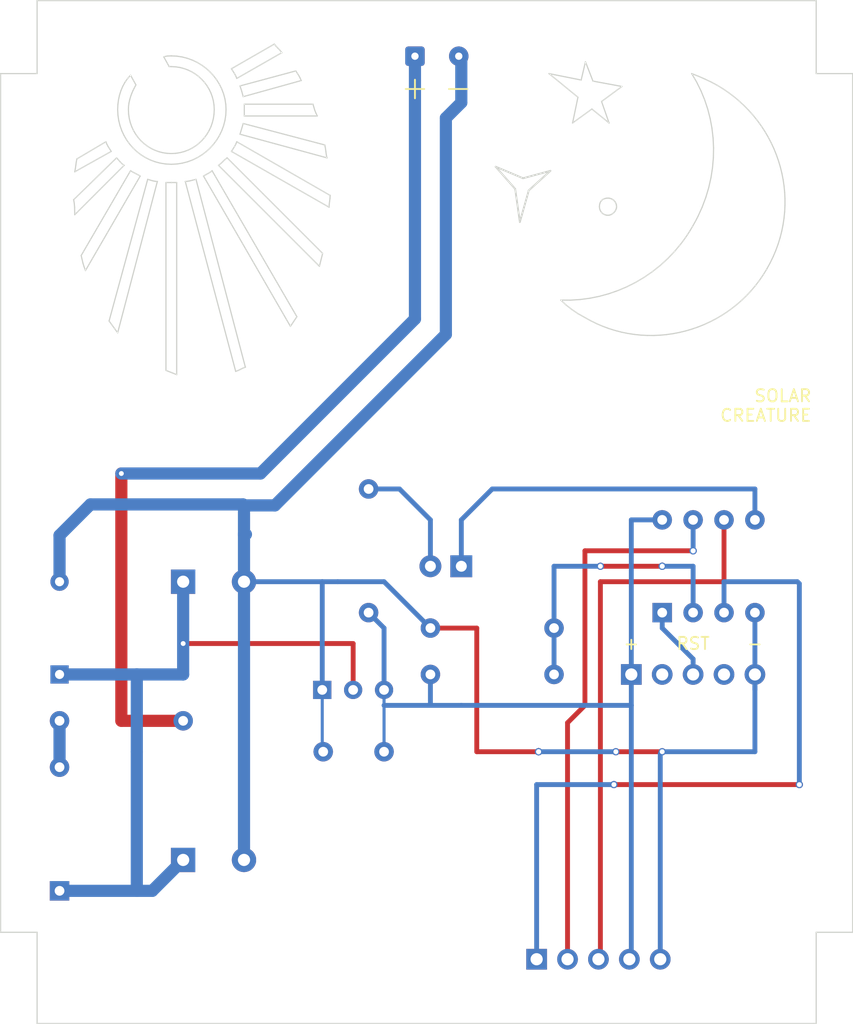
<source format=kicad_pcb>
(kicad_pcb (version 20171130) (host pcbnew "(5.1.9-0-10_14)")

  (general
    (thickness 1.6)
    (drawings 417)
    (tracks 120)
    (zones 0)
    (modules 15)
    (nets 15)
  )

  (page A4)
  (layers
    (0 F.Cu signal)
    (31 B.Cu signal)
    (32 B.Adhes user)
    (33 F.Adhes user)
    (34 B.Paste user)
    (35 F.Paste user)
    (36 B.SilkS user)
    (37 F.SilkS user)
    (38 B.Mask user)
    (39 F.Mask user)
    (40 Dwgs.User user)
    (41 Cmts.User user)
    (42 Eco1.User user)
    (43 Eco2.User user)
    (44 Edge.Cuts user)
    (45 Margin user)
    (46 B.CrtYd user)
    (47 F.CrtYd user)
    (48 B.Fab user)
    (49 F.Fab user)
  )

  (setup
    (last_trace_width 0.25)
    (user_trace_width 0.2)
    (user_trace_width 0.4)
    (user_trace_width 1)
    (trace_clearance 0.2)
    (zone_clearance 0.508)
    (zone_45_only no)
    (trace_min 0.2)
    (via_size 0.6)
    (via_drill 0.4)
    (via_min_size 0.4)
    (via_min_drill 0.3)
    (uvia_size 0.3)
    (uvia_drill 0.1)
    (uvias_allowed no)
    (uvia_min_size 0.2)
    (uvia_min_drill 0.1)
    (edge_width 0.15)
    (segment_width 0.2)
    (pcb_text_width 0.3)
    (pcb_text_size 1.5 1.5)
    (mod_edge_width 0.15)
    (mod_text_size 1 1)
    (mod_text_width 0.15)
    (pad_size 1.524 1.524)
    (pad_drill 0.762)
    (pad_to_mask_clearance 0.2)
    (aux_axis_origin 0 0)
    (visible_elements FFFFFF7F)
    (pcbplotparams
      (layerselection 0x010f0_ffffffff)
      (usegerberextensions false)
      (usegerberattributes false)
      (usegerberadvancedattributes true)
      (creategerberjobfile true)
      (excludeedgelayer true)
      (linewidth 0.100000)
      (plotframeref false)
      (viasonmask false)
      (mode 1)
      (useauxorigin false)
      (hpglpennumber 1)
      (hpglpenspeed 20)
      (hpglpendiameter 15.000000)
      (psnegative false)
      (psa4output false)
      (plotreference true)
      (plotvalue true)
      (plotinvisibletext false)
      (padsonsilk true)
      (subtractmaskfromsilk false)
      (outputformat 1)
      (mirror false)
      (drillshape 0)
      (scaleselection 1)
      (outputdirectory "../v5-pcbway/"))
  )

  (net 0 "")
  (net 1 "Net-(C2-Pad2)")
  (net 2 "Net-(C2-Pad1)")
  (net 3 "Net-(CS1-Pad1)")
  (net 4 "Net-(D1-Pad2)")
  (net 5 "Net-(D3-Pad2)")
  (net 6 "Net-(D3-Pad1)")
  (net 7 "Net-(J1-Pad4)")
  (net 8 "Net-(J1-Pad3)")
  (net 9 "Net-(J1-Pad2)")
  (net 10 "Net-(LCD1-Pad3)")
  (net 11 "Net-(LCD1-Pad2)")
  (net 12 "Net-(LCD1-Pad1)")
  (net 13 "Net-(R1-Pad1)")
  (net 14 "Net-(R2-Pad2)")

  (net_class Default "This is the default net class."
    (clearance 0.2)
    (trace_width 0.25)
    (via_dia 0.6)
    (via_drill 0.4)
    (uvia_dia 0.3)
    (uvia_drill 0.1)
    (add_net "Net-(C2-Pad1)")
    (add_net "Net-(C2-Pad2)")
    (add_net "Net-(CS1-Pad1)")
    (add_net "Net-(D1-Pad2)")
    (add_net "Net-(D3-Pad1)")
    (add_net "Net-(D3-Pad2)")
    (add_net "Net-(J1-Pad2)")
    (add_net "Net-(J1-Pad3)")
    (add_net "Net-(J1-Pad4)")
    (add_net "Net-(LCD1-Pad1)")
    (add_net "Net-(LCD1-Pad2)")
    (add_net "Net-(LCD1-Pad3)")
    (add_net "Net-(R1-Pad1)")
    (add_net "Net-(R2-Pad2)")
  )

  (module Capacitor_THT:C_Rect_L7.0mm_W2.0mm_P5.00mm (layer F.Cu) (tedit 62F7FF96) (tstamp 62D08926)
    (at 97.79 91.44 180)
    (descr "C, Rect series, Radial, pin pitch=5.00mm, , length*width=7*2mm^2, Capacitor")
    (tags "C Rect series Radial pin pitch 5.00mm  length 7mm width 2mm Capacitor")
    (path /62B08E4B)
    (fp_text reference C2 (at 2.5 -2.25 180) (layer F.SilkS) hide
      (effects (font (size 1 1) (thickness 0.15)))
    )
    (fp_text value 1uF (at 2.5 2.25 180) (layer F.Fab)
      (effects (font (size 1 1) (thickness 0.15)))
    )
    (fp_line (start -1 -1) (end -1 1) (layer F.Fab) (width 0.1))
    (fp_line (start -1 1) (end 6 1) (layer F.Fab) (width 0.1))
    (fp_line (start 6 1) (end 6 -1) (layer F.Fab) (width 0.1))
    (fp_line (start 6 -1) (end -1 -1) (layer F.Fab) (width 0.1))
    (fp_line (start -1.25 -1.25) (end -1.25 1.25) (layer F.CrtYd) (width 0.05))
    (fp_line (start -1.25 1.25) (end 6.25 1.25) (layer F.CrtYd) (width 0.05))
    (fp_line (start 6.25 1.25) (end 6.25 -1.25) (layer F.CrtYd) (width 0.05))
    (fp_line (start 6.25 -1.25) (end -1.25 -1.25) (layer F.CrtYd) (width 0.05))
    (fp_text user %R (at 2.5 0 180) (layer F.Fab)
      (effects (font (size 1 1) (thickness 0.15)))
    )
    (pad 2 thru_hole circle (at 5 0 180) (size 1.6 1.6) (drill 0.8) (layers *.Cu *.Mask)
      (net 1 "Net-(C2-Pad2)"))
    (pad 1 thru_hole circle (at 0 0 180) (size 1.6 1.6) (drill 0.8) (layers *.Cu *.Mask)
      (net 2 "Net-(C2-Pad1)"))
    (model ${KISYS3DMOD}/Capacitor_THT.3dshapes/C_Rect_L7.0mm_W2.0mm_P5.00mm.wrl
      (at (xyz 0 0 0))
      (scale (xyz 1 1 1))
      (rotate (xyz 0 0 0))
    )
  )

  (module Display_7Segment:LCD_SPI (layer F.Cu) (tedit 62D3E4B5) (tstamp 62D089C1)
    (at 100.33 110.49 90)
    (descr "Through hole angled pin header, 1x05, 2.54mm pitch, 6mm pin length, single row")
    (tags "Through hole angled pin header THT 1x05 2.54mm single row")
    (path /62A78604)
    (fp_text reference LCD1 (at 20 4 180) (layer F.SilkS) hide
      (effects (font (size 1 1) (thickness 0.15)))
    )
    (fp_text value HT1621 (at 17.385 28.43 90) (layer F.Fab) hide
      (effects (font (size 1 1) (thickness 0.15)))
    )
    (fp_text user %R (at 20 14 180) (layer F.Fab) hide
      (effects (font (size 1 1) (thickness 0.15)))
    )
    (pad 5 thru_hole oval (at 2 20.16 90) (size 1.7 1.7) (drill 1) (layers *.Cu *.Mask)
      (net 1 "Net-(C2-Pad2)"))
    (pad 4 thru_hole oval (at 2 17.62 90) (size 1.7 1.7) (drill 1) (layers *.Cu *.Mask)
      (net 2 "Net-(C2-Pad1)"))
    (pad 3 thru_hole oval (at 2 15.08 90) (size 1.7 1.7) (drill 1) (layers *.Cu *.Mask)
      (net 10 "Net-(LCD1-Pad3)"))
    (pad 2 thru_hole oval (at 2 12.54 90) (size 1.7 1.7) (drill 1) (layers *.Cu *.Mask)
      (net 11 "Net-(LCD1-Pad2)"))
    (pad 1 thru_hole rect (at 2 10 90) (size 1.7 1.7) (drill 1) (layers *.Cu *.Mask)
      (net 12 "Net-(LCD1-Pad1)"))
    (model ${KISYS3DMOD}/Connector_PinHeader_2.54mm.3dshapes/PinHeader_1x05_P2.54mm_Horizontal.wrl
      (at (xyz 0 0 0))
      (scale (xyz 1 1 1))
      (rotate (xyz 0 0 0))
    )
  )

  (module Package_TO_SOT_THT:TO-92_Inline_Wide (layer F.Cu) (tedit 62D09874) (tstamp 62D08A40)
    (at 92.71 86.36)
    (descr "TO-92 leads in-line, wide, drill 0.75mm (see NXP sot054_po.pdf)")
    (tags "to-92 sc-43 sc-43a sot54 PA33 transistor")
    (path /62AF9A6C)
    (fp_text reference U1 (at 1.27 -3.56) (layer F.Fab)
      (effects (font (size 1 1) (thickness 0.15)))
    )
    (fp_text value MCP1700-3302E (at 1.27 2.79) (layer F.Fab)
      (effects (font (size 1 1) (thickness 0.15)))
    )
    (fp_line (start 6.09 2.01) (end -1.01 2.01) (layer F.CrtYd) (width 0.05))
    (fp_line (start 6.09 2.01) (end 6.09 -2.73) (layer F.CrtYd) (width 0.05))
    (fp_line (start -1.01 -2.73) (end -1.01 2.01) (layer F.CrtYd) (width 0.05))
    (fp_line (start -1.01 -2.73) (end 6.09 -2.73) (layer F.CrtYd) (width 0.05))
    (fp_line (start 0.8 1.75) (end 4.3 1.75) (layer F.Fab) (width 0.1))
    (fp_arc (start 2.54 0) (end 2.54 -2.48) (angle -135) (layer F.Fab) (width 0.1))
    (fp_arc (start 2.54 0) (end 2.54 -2.48) (angle 135) (layer F.Fab) (width 0.1))
    (fp_text user %R (at 1.27 0) (layer F.Fab)
      (effects (font (size 1 1) (thickness 0.15)))
    )
    (pad 1 thru_hole rect (at 0 0) (size 1.5 1.5) (drill 0.8) (layers *.Cu *.Mask)
      (net 1 "Net-(C2-Pad2)"))
    (pad 3 thru_hole circle (at 5.08 0) (size 1.5 1.5) (drill 0.8) (layers *.Cu *.Mask)
      (net 2 "Net-(C2-Pad1)"))
    (pad 2 thru_hole circle (at 2.54 0) (size 1.5 1.5) (drill 0.8) (layers *.Cu *.Mask)
      (net 3 "Net-(CS1-Pad1)"))
    (model ${KISYS3DMOD}/Package_TO_SOT_THT.3dshapes/TO-92_Inline_Wide.wrl
      (at (xyz 0 0 0))
      (scale (xyz 1 1 1))
      (rotate (xyz 0 0 0))
    )
  )

  (module Connector_PinHeader_2.54mm:PinHeader_1x05_P2.54mm_Vertical (layer F.Cu) (tedit 62D0801A) (tstamp 62D089AB)
    (at 118.11 85.09 90)
    (descr "Through hole straight pin header, 1x05, 2.54mm pitch, single row")
    (tags "Through hole pin header THT 1x05 2.54mm single row")
    (path /62D16CCC)
    (fp_text reference J1 (at 0 -2.33 90) (layer F.Fab)
      (effects (font (size 1 1) (thickness 0.15)))
    )
    (fp_text value "Pin header" (at 0 12.49 90) (layer F.Fab)
      (effects (font (size 1 1) (thickness 0.15)))
    )
    (fp_line (start 1.8 -1.8) (end -1.8 -1.8) (layer F.CrtYd) (width 0.05))
    (fp_line (start 1.8 11.95) (end 1.8 -1.8) (layer F.CrtYd) (width 0.05))
    (fp_line (start -1.8 11.95) (end 1.8 11.95) (layer F.CrtYd) (width 0.05))
    (fp_line (start -1.8 -1.8) (end -1.8 11.95) (layer F.CrtYd) (width 0.05))
    (fp_line (start -1.27 -0.635) (end -0.635 -1.27) (layer F.Fab) (width 0.1))
    (fp_line (start -1.27 11.43) (end -1.27 -0.635) (layer F.Fab) (width 0.1))
    (fp_line (start 1.27 11.43) (end -1.27 11.43) (layer F.Fab) (width 0.1))
    (fp_line (start 1.27 -1.27) (end 1.27 11.43) (layer F.Fab) (width 0.1))
    (fp_line (start -0.635 -1.27) (end 1.27 -1.27) (layer F.Fab) (width 0.1))
    (fp_text user %R (at 0 5.08 180) (layer F.Fab)
      (effects (font (size 1 1) (thickness 0.15)))
    )
    (pad 5 thru_hole oval (at 0 10.16 90) (size 1.7 1.7) (drill 1) (layers *.Cu *.Mask)
      (net 1 "Net-(C2-Pad2)"))
    (pad 4 thru_hole oval (at 0 7.62 90) (size 1.7 1.7) (drill 1) (layers *.Cu *.Mask)
      (net 7 "Net-(J1-Pad4)"))
    (pad 3 thru_hole oval (at 0 5.08 90) (size 1.7 1.7) (drill 1) (layers *.Cu *.Mask)
      (net 8 "Net-(J1-Pad3)"))
    (pad 2 thru_hole oval (at 0 2.54 90) (size 1.7 1.7) (drill 1) (layers *.Cu *.Mask)
      (net 9 "Net-(J1-Pad2)"))
    (pad 1 thru_hole rect (at 0 0 90) (size 1.7 1.7) (drill 1) (layers *.Cu *.Mask)
      (net 2 "Net-(C2-Pad1)"))
    (model ${KISYS3DMOD}/Connector_PinHeader_2.54mm.3dshapes/PinHeader_1x05_P2.54mm_Vertical.wrl
      (at (xyz 0 0 0))
      (scale (xyz 1 1 1))
      (rotate (xyz 0 0 0))
    )
  )

  (module Package_DIP:DIP-8_W7.62mm (layer F.Cu) (tedit 62D07FF0) (tstamp 62D08A5C)
    (at 120.65 80.01 90)
    (descr "8-lead though-hole mounted DIP package, row spacing 7.62 mm (300 mils)")
    (tags "THT DIP DIL PDIP 2.54mm 7.62mm 300mil")
    (path /62A64AD0)
    (fp_text reference U3 (at 3.81 -2.33 90) (layer F.Fab)
      (effects (font (size 1 1) (thickness 0.15)))
    )
    (fp_text value ATtiny85 (at 3.81 9.95 90) (layer F.Fab)
      (effects (font (size 1 1) (thickness 0.15)))
    )
    (fp_line (start 8.7 -1.55) (end -1.1 -1.55) (layer F.CrtYd) (width 0.05))
    (fp_line (start 8.7 9.15) (end 8.7 -1.55) (layer F.CrtYd) (width 0.05))
    (fp_line (start -1.1 9.15) (end 8.7 9.15) (layer F.CrtYd) (width 0.05))
    (fp_line (start -1.1 -1.55) (end -1.1 9.15) (layer F.CrtYd) (width 0.05))
    (fp_line (start 0.635 -0.27) (end 1.635 -1.27) (layer F.Fab) (width 0.1))
    (fp_line (start 0.635 8.89) (end 0.635 -0.27) (layer F.Fab) (width 0.1))
    (fp_line (start 6.985 8.89) (end 0.635 8.89) (layer F.Fab) (width 0.1))
    (fp_line (start 6.985 -1.27) (end 6.985 8.89) (layer F.Fab) (width 0.1))
    (fp_line (start 1.635 -1.27) (end 6.985 -1.27) (layer F.Fab) (width 0.1))
    (fp_text user %R (at 3.81 3.81 90) (layer F.Fab)
      (effects (font (size 1 1) (thickness 0.15)))
    )
    (pad 8 thru_hole oval (at 7.62 0 90) (size 1.6 1.6) (drill 0.8) (layers *.Cu *.Mask)
      (net 2 "Net-(C2-Pad1)"))
    (pad 4 thru_hole oval (at 0 7.62 90) (size 1.6 1.6) (drill 0.8) (layers *.Cu *.Mask)
      (net 1 "Net-(C2-Pad2)"))
    (pad 7 thru_hole oval (at 7.62 2.54 90) (size 1.6 1.6) (drill 0.8) (layers *.Cu *.Mask)
      (net 11 "Net-(LCD1-Pad2)"))
    (pad 3 thru_hole oval (at 0 5.08 90) (size 1.6 1.6) (drill 0.8) (layers *.Cu *.Mask)
      (net 12 "Net-(LCD1-Pad1)"))
    (pad 6 thru_hole oval (at 7.62 5.08 90) (size 1.6 1.6) (drill 0.8) (layers *.Cu *.Mask)
      (net 10 "Net-(LCD1-Pad3)"))
    (pad 2 thru_hole oval (at 0 2.54 90) (size 1.6 1.6) (drill 0.8) (layers *.Cu *.Mask)
      (net 14 "Net-(R2-Pad2)"))
    (pad 5 thru_hole oval (at 7.62 7.62 90) (size 1.6 1.6) (drill 0.8) (layers *.Cu *.Mask)
      (net 6 "Net-(D3-Pad1)"))
    (pad 1 thru_hole rect (at 0 0 90) (size 1.6 1.6) (drill 0.8) (layers *.Cu *.Mask)
      (net 8 "Net-(J1-Pad3)"))
    (model ${KISYS3DMOD}/Package_DIP.3dshapes/DIP-8_W7.62mm.wrl
      (at (xyz 0 0 0))
      (scale (xyz 1 1 1))
      (rotate (xyz 0 0 0))
    )
  )

  (module Resistor_THT:R_Axial_DIN0207_L6.3mm_D2.5mm_P10.16mm_Horizontal (layer F.Cu) (tedit 62D07FCC) (tstamp 62D089EF)
    (at 101.6 85.09)
    (descr "Resistor, Axial_DIN0207 series, Axial, Horizontal, pin pitch=10.16mm, 0.25W = 1/4W, length*diameter=6.3*2.5mm^2, http://cdn-reichelt.de/documents/datenblatt/B400/1_4W%23YAG.pdf")
    (tags "Resistor Axial_DIN0207 series Axial Horizontal pin pitch 10.16mm 0.25W = 1/4W length 6.3mm diameter 2.5mm")
    (path /62B0AC42)
    (fp_text reference R2 (at 5.08 -2.37) (layer F.Fab)
      (effects (font (size 1 1) (thickness 0.15)))
    )
    (fp_text value 1M (at 5.08 2.37) (layer F.Fab)
      (effects (font (size 1 1) (thickness 0.15)))
    )
    (fp_line (start 11.21 -1.5) (end -1.05 -1.5) (layer F.CrtYd) (width 0.05))
    (fp_line (start 11.21 1.5) (end 11.21 -1.5) (layer F.CrtYd) (width 0.05))
    (fp_line (start -1.05 1.5) (end 11.21 1.5) (layer F.CrtYd) (width 0.05))
    (fp_line (start -1.05 -1.5) (end -1.05 1.5) (layer F.CrtYd) (width 0.05))
    (fp_line (start 10.16 0) (end 8.23 0) (layer F.Fab) (width 0.1))
    (fp_line (start 0 0) (end 1.93 0) (layer F.Fab) (width 0.1))
    (fp_line (start 8.23 -1.25) (end 1.93 -1.25) (layer F.Fab) (width 0.1))
    (fp_line (start 8.23 1.25) (end 8.23 -1.25) (layer F.Fab) (width 0.1))
    (fp_line (start 1.93 1.25) (end 8.23 1.25) (layer F.Fab) (width 0.1))
    (fp_line (start 1.93 -1.25) (end 1.93 1.25) (layer F.Fab) (width 0.1))
    (fp_text user %R (at 5.08 0) (layer F.Fab)
      (effects (font (size 1 1) (thickness 0.15)))
    )
    (pad 2 thru_hole oval (at 10.16 0) (size 1.6 1.6) (drill 0.8) (layers *.Cu *.Mask)
      (net 14 "Net-(R2-Pad2)"))
    (pad 1 thru_hole circle (at 0 0) (size 1.6 1.6) (drill 0.8) (layers *.Cu *.Mask)
      (net 2 "Net-(C2-Pad1)"))
    (model ${KISYS3DMOD}/Resistor_THT.3dshapes/R_Axial_DIN0207_L6.3mm_D2.5mm_P10.16mm_Horizontal.wrl
      (at (xyz 0 0 0))
      (scale (xyz 1 1 1))
      (rotate (xyz 0 0 0))
    )
  )

  (module Resistor_THT:R_Axial_DIN0207_L6.3mm_D2.5mm_P10.16mm_Horizontal (layer F.Cu) (tedit 62D07F98) (tstamp 62D08A06)
    (at 111.76 81.28 180)
    (descr "Resistor, Axial_DIN0207 series, Axial, Horizontal, pin pitch=10.16mm, 0.25W = 1/4W, length*diameter=6.3*2.5mm^2, http://cdn-reichelt.de/documents/datenblatt/B400/1_4W%23YAG.pdf")
    (tags "Resistor Axial_DIN0207 series Axial Horizontal pin pitch 10.16mm 0.25W = 1/4W length 6.3mm diameter 2.5mm")
    (path /62B0C047)
    (fp_text reference R3 (at 5.08 -2.37 180) (layer F.Fab)
      (effects (font (size 1 1) (thickness 0.15)))
    )
    (fp_text value 100k (at 5.08 2.37 180) (layer F.Fab)
      (effects (font (size 1 1) (thickness 0.15)))
    )
    (fp_line (start 11.21 -1.5) (end -1.05 -1.5) (layer F.CrtYd) (width 0.05))
    (fp_line (start 11.21 1.5) (end 11.21 -1.5) (layer F.CrtYd) (width 0.05))
    (fp_line (start -1.05 1.5) (end 11.21 1.5) (layer F.CrtYd) (width 0.05))
    (fp_line (start -1.05 -1.5) (end -1.05 1.5) (layer F.CrtYd) (width 0.05))
    (fp_line (start 10.16 0) (end 8.23 0) (layer F.Fab) (width 0.1))
    (fp_line (start 0 0) (end 1.93 0) (layer F.Fab) (width 0.1))
    (fp_line (start 8.23 -1.25) (end 1.93 -1.25) (layer F.Fab) (width 0.1))
    (fp_line (start 8.23 1.25) (end 8.23 -1.25) (layer F.Fab) (width 0.1))
    (fp_line (start 1.93 1.25) (end 8.23 1.25) (layer F.Fab) (width 0.1))
    (fp_line (start 1.93 -1.25) (end 1.93 1.25) (layer F.Fab) (width 0.1))
    (fp_text user %R (at 5.08 0 180) (layer F.Fab)
      (effects (font (size 1 1) (thickness 0.15)))
    )
    (pad 2 thru_hole oval (at 10.16 0 180) (size 1.6 1.6) (drill 0.8) (layers *.Cu *.Mask)
      (net 1 "Net-(C2-Pad2)"))
    (pad 1 thru_hole circle (at 0 0 180) (size 1.6 1.6) (drill 0.8) (layers *.Cu *.Mask)
      (net 14 "Net-(R2-Pad2)"))
    (model ${KISYS3DMOD}/Resistor_THT.3dshapes/R_Axial_DIN0207_L6.3mm_D2.5mm_P10.16mm_Horizontal.wrl
      (at (xyz 0 0 0))
      (scale (xyz 1 1 1))
      (rotate (xyz 0 0 0))
    )
  )

  (module LED_THT:LED_D5.0mm (layer F.Cu) (tedit 62D07F63) (tstamp 62D08992)
    (at 104.14 76.2 180)
    (descr "LED, diameter 5.0mm, 2 pins, http://cdn-reichelt.de/documents/datenblatt/A500/LL-504BC2E-009.pdf")
    (tags "LED diameter 5.0mm 2 pins")
    (path /62B14898)
    (fp_text reference D3 (at 1.27 -3.96 180) (layer F.Fab)
      (effects (font (size 1 1) (thickness 0.15)))
    )
    (fp_text value LED (at 1.27 3.96 180) (layer F.Fab)
      (effects (font (size 1 1) (thickness 0.15)))
    )
    (fp_line (start 4.5 -3.25) (end -1.95 -3.25) (layer F.CrtYd) (width 0.05))
    (fp_line (start 4.5 3.25) (end 4.5 -3.25) (layer F.CrtYd) (width 0.05))
    (fp_line (start -1.95 3.25) (end 4.5 3.25) (layer F.CrtYd) (width 0.05))
    (fp_line (start -1.95 -3.25) (end -1.95 3.25) (layer F.CrtYd) (width 0.05))
    (fp_line (start -1.23 -1.469694) (end -1.23 1.469694) (layer F.Fab) (width 0.1))
    (fp_circle (center 1.27 0) (end 3.77 0) (layer F.Fab) (width 0.1))
    (fp_text user %R (at 1.25 0 180) (layer F.Fab)
      (effects (font (size 0.8 0.8) (thickness 0.2)))
    )
    (fp_arc (start 1.27 0) (end -1.23 -1.469694) (angle 299.1) (layer F.Fab) (width 0.1))
    (pad 2 thru_hole circle (at 2.54 0 180) (size 1.8 1.8) (drill 0.9) (layers *.Cu *.Mask)
      (net 5 "Net-(D3-Pad2)"))
    (pad 1 thru_hole rect (at 0 0 180) (size 1.8 1.8) (drill 0.9) (layers *.Cu *.Mask)
      (net 6 "Net-(D3-Pad1)"))
    (model ${KISYS3DMOD}/LED_THT.3dshapes/LED_D5.0mm.wrl
      (at (xyz 0 0 0))
      (scale (xyz 1 1 1))
      (rotate (xyz 0 0 0))
    )
  )

  (module Capacitor_THT:CP_Radial_D20.0mm_P5.00mm (layer F.Cu) (tedit 62D07F31) (tstamp 62D08934)
    (at 81.28 100.33)
    (descr "CP, Radial series, Radial, pin pitch=5.00mm, , diameter=10mm, Electrolytic Capacitor")
    (tags "CP Radial series Radial pin pitch 5.00mm  diameter 10mm Electrolytic Capacitor")
    (path /62A6F382)
    (fp_text reference CS1 (at 2.54 -7.62) (layer F.Fab)
      (effects (font (size 1 1) (thickness 0.15)))
    )
    (fp_text value 1.5F (at 2.5 6.25) (layer F.Fab)
      (effects (font (size 1 1) (thickness 0.15)))
    )
    (fp_line (start -1.288861 -2.6875) (end -1.288861 -1.6875) (layer F.Fab) (width 0.1))
    (fp_line (start -1.788861 -2.1875) (end -0.788861 -2.1875) (layer F.Fab) (width 0.1))
    (fp_circle (center 2.5 0) (end 12.4 0) (layer F.CrtYd) (width 0.05))
    (fp_circle (center 2.5 0) (end 7.5 0) (layer F.Fab) (width 0.1))
    (fp_text user %R (at 2.5 0) (layer F.Fab)
      (effects (font (size 1 1) (thickness 0.15)))
    )
    (pad 2 thru_hole circle (at 5 0) (size 2 2) (drill 1) (layers *.Cu *.Mask)
      (net 1 "Net-(C2-Pad2)"))
    (pad 1 thru_hole rect (at 0 0) (size 2 2) (drill 1) (layers *.Cu *.Mask)
      (net 3 "Net-(CS1-Pad1)"))
    (model ${KISYS3DMOD}/Capacitor_THT.3dshapes/CP_Radial_D10.0mm_P5.00mm.wrl
      (at (xyz 0 0 0))
      (scale (xyz 1 1 1))
      (rotate (xyz 0 0 0))
    )
  )

  (module Capacitor_THT:CP_Radial_D20.0mm_P5.00mm (layer F.Cu) (tedit 62D07F25) (tstamp 62D08942)
    (at 81.28 77.47)
    (descr "CP, Radial series, Radial, pin pitch=5.00mm, , diameter=10mm, Electrolytic Capacitor")
    (tags "CP Radial series Radial pin pitch 5.00mm  diameter 10mm Electrolytic Capacitor")
    (path /62CA1818)
    (fp_text reference CS2 (at 2.54 -7.62) (layer F.Fab)
      (effects (font (size 1 1) (thickness 0.15)))
    )
    (fp_text value 1.5F (at 2.5 6.25) (layer F.Fab)
      (effects (font (size 1 1) (thickness 0.15)))
    )
    (fp_line (start -1.288861 -2.6875) (end -1.288861 -1.6875) (layer F.Fab) (width 0.1))
    (fp_line (start -1.788861 -2.1875) (end -0.788861 -2.1875) (layer F.Fab) (width 0.1))
    (fp_circle (center 2.5 0) (end 12.4 0) (layer F.CrtYd) (width 0.05))
    (fp_circle (center 2.5 0) (end 7.5 0) (layer F.Fab) (width 0.1))
    (fp_text user %R (at 2.5 0) (layer F.Fab)
      (effects (font (size 1 1) (thickness 0.15)))
    )
    (pad 2 thru_hole circle (at 5 0) (size 2 2) (drill 1) (layers *.Cu *.Mask)
      (net 1 "Net-(C2-Pad2)"))
    (pad 1 thru_hole rect (at 0 0) (size 2 2) (drill 1) (layers *.Cu *.Mask)
      (net 3 "Net-(CS1-Pad1)"))
    (model ${KISYS3DMOD}/Capacitor_THT.3dshapes/CP_Radial_D10.0mm_P5.00mm.wrl
      (at (xyz 0 0 0))
      (scale (xyz 1 1 1))
      (rotate (xyz 0 0 0))
    )
  )

  (module Resistor_THT:R_Axial_DIN0207_L6.3mm_D2.5mm_P10.16mm_Horizontal (layer F.Cu) (tedit 62D07F04) (tstamp 62D08A1D)
    (at 96.52 80.01 90)
    (descr "Resistor, Axial_DIN0207 series, Axial, Horizontal, pin pitch=10.16mm, 0.25W = 1/4W, length*diameter=6.3*2.5mm^2, http://cdn-reichelt.de/documents/datenblatt/B400/1_4W%23YAG.pdf")
    (tags "Resistor Axial_DIN0207 series Axial Horizontal pin pitch 10.16mm 0.25W = 1/4W length 6.3mm diameter 2.5mm")
    (path /62B13E26)
    (fp_text reference R4 (at 5.08 -2.37 90) (layer F.Fab)
      (effects (font (size 1 1) (thickness 0.15)))
    )
    (fp_text value 330 (at 5.08 2.37 90) (layer F.Fab)
      (effects (font (size 1 1) (thickness 0.15)))
    )
    (fp_line (start 11.21 -1.5) (end -1.05 -1.5) (layer F.CrtYd) (width 0.05))
    (fp_line (start 11.21 1.5) (end 11.21 -1.5) (layer F.CrtYd) (width 0.05))
    (fp_line (start -1.05 1.5) (end 11.21 1.5) (layer F.CrtYd) (width 0.05))
    (fp_line (start -1.05 -1.5) (end -1.05 1.5) (layer F.CrtYd) (width 0.05))
    (fp_line (start 10.16 0) (end 8.23 0) (layer F.Fab) (width 0.1))
    (fp_line (start 0 0) (end 1.93 0) (layer F.Fab) (width 0.1))
    (fp_line (start 8.23 -1.25) (end 1.93 -1.25) (layer F.Fab) (width 0.1))
    (fp_line (start 8.23 1.25) (end 8.23 -1.25) (layer F.Fab) (width 0.1))
    (fp_line (start 1.93 1.25) (end 8.23 1.25) (layer F.Fab) (width 0.1))
    (fp_line (start 1.93 -1.25) (end 1.93 1.25) (layer F.Fab) (width 0.1))
    (fp_text user %R (at 5.08 0 90) (layer F.Fab)
      (effects (font (size 1 1) (thickness 0.15)))
    )
    (pad 2 thru_hole oval (at 10.16 0 90) (size 1.6 1.6) (drill 0.8) (layers *.Cu *.Mask)
      (net 5 "Net-(D3-Pad2)"))
    (pad 1 thru_hole circle (at 0 0 90) (size 1.6 1.6) (drill 0.8) (layers *.Cu *.Mask)
      (net 2 "Net-(C2-Pad1)"))
    (model ${KISYS3DMOD}/Resistor_THT.3dshapes/R_Axial_DIN0207_L6.3mm_D2.5mm_P10.16mm_Horizontal.wrl
      (at (xyz 0 0 0))
      (scale (xyz 1 1 1))
      (rotate (xyz 0 0 0))
    )
  )

  (module Diode_THT:D_DO-35_SOD27_P10.16mm_Horizontal (layer F.Cu) (tedit 62D07E07) (tstamp 62D08961)
    (at 71.12 102.87 90)
    (descr "Diode, DO-35_SOD27 series, Axial, Horizontal, pin pitch=10.16mm, , length*diameter=4*2mm^2, , http://www.diodes.com/_files/packages/DO-35.pdf")
    (tags "Diode DO-35_SOD27 series Axial Horizontal pin pitch 10.16mm  length 4mm diameter 2mm")
    (path /62A696C5)
    (fp_text reference D1 (at 5.08 -2.12 90) (layer F.Fab)
      (effects (font (size 1 1) (thickness 0.15)))
    )
    (fp_text value 1N60 (at 5.08 2.12 90) (layer F.Fab)
      (effects (font (size 1 1) (thickness 0.15)))
    )
    (fp_line (start 11.21 -1.25) (end -1.05 -1.25) (layer F.CrtYd) (width 0.05))
    (fp_line (start 11.21 1.25) (end 11.21 -1.25) (layer F.CrtYd) (width 0.05))
    (fp_line (start -1.05 1.25) (end 11.21 1.25) (layer F.CrtYd) (width 0.05))
    (fp_line (start -1.05 -1.25) (end -1.05 1.25) (layer F.CrtYd) (width 0.05))
    (fp_line (start 3.58 -1) (end 3.58 1) (layer F.Fab) (width 0.1))
    (fp_line (start 3.78 -1) (end 3.78 1) (layer F.Fab) (width 0.1))
    (fp_line (start 3.68 -1) (end 3.68 1) (layer F.Fab) (width 0.1))
    (fp_line (start 10.16 0) (end 7.08 0) (layer F.Fab) (width 0.1))
    (fp_line (start 0 0) (end 3.08 0) (layer F.Fab) (width 0.1))
    (fp_line (start 7.08 -1) (end 3.08 -1) (layer F.Fab) (width 0.1))
    (fp_line (start 7.08 1) (end 7.08 -1) (layer F.Fab) (width 0.1))
    (fp_line (start 3.08 1) (end 7.08 1) (layer F.Fab) (width 0.1))
    (fp_line (start 3.08 -1) (end 3.08 1) (layer F.Fab) (width 0.1))
    (fp_text user K (at 0 -1.8 90) (layer F.SilkS) hide
      (effects (font (size 1 1) (thickness 0.15)))
    )
    (fp_text user K (at 0 -1.8 90) (layer F.Fab)
      (effects (font (size 1 1) (thickness 0.15)))
    )
    (fp_text user %R (at 5.38 0 90) (layer F.Fab)
      (effects (font (size 0.8 0.8) (thickness 0.12)))
    )
    (pad 2 thru_hole oval (at 10.16 0 90) (size 1.6 1.6) (drill 0.8) (layers *.Cu *.Mask)
      (net 4 "Net-(D1-Pad2)"))
    (pad 1 thru_hole rect (at 0 0 90) (size 1.6 1.6) (drill 0.8) (layers *.Cu *.Mask)
      (net 3 "Net-(CS1-Pad1)"))
    (model ${KISYS3DMOD}/Diode_THT.3dshapes/D_DO-35_SOD27_P10.16mm_Horizontal.wrl
      (at (xyz 0 0 0))
      (scale (xyz 1 1 1))
      (rotate (xyz 0 0 0))
    )
  )

  (module Resistor_THT:R_Axial_DIN0207_L6.3mm_D2.5mm_P10.16mm_Horizontal (layer F.Cu) (tedit 62D07DDC) (tstamp 62D089D8)
    (at 81.28 88.9 180)
    (descr "Resistor, Axial_DIN0207 series, Axial, Horizontal, pin pitch=10.16mm, 0.25W = 1/4W, length*diameter=6.3*2.5mm^2, http://cdn-reichelt.de/documents/datenblatt/B400/1_4W%23YAG.pdf")
    (tags "Resistor Axial_DIN0207 series Axial Horizontal pin pitch 10.16mm 0.25W = 1/4W length 6.3mm diameter 2.5mm")
    (path /62C59C10)
    (fp_text reference R1 (at 5.08 -2.37 180) (layer F.Fab)
      (effects (font (size 1 1) (thickness 0.15)))
    )
    (fp_text value 59 (at 5.08 2.37 180) (layer F.Fab)
      (effects (font (size 1 1) (thickness 0.15)))
    )
    (fp_line (start 11.21 -1.5) (end -1.05 -1.5) (layer F.CrtYd) (width 0.05))
    (fp_line (start 11.21 1.5) (end 11.21 -1.5) (layer F.CrtYd) (width 0.05))
    (fp_line (start -1.05 1.5) (end 11.21 1.5) (layer F.CrtYd) (width 0.05))
    (fp_line (start -1.05 -1.5) (end -1.05 1.5) (layer F.CrtYd) (width 0.05))
    (fp_line (start 10.16 0) (end 8.23 0) (layer F.Fab) (width 0.1))
    (fp_line (start 0 0) (end 1.93 0) (layer F.Fab) (width 0.1))
    (fp_line (start 8.23 -1.25) (end 1.93 -1.25) (layer F.Fab) (width 0.1))
    (fp_line (start 8.23 1.25) (end 8.23 -1.25) (layer F.Fab) (width 0.1))
    (fp_line (start 1.93 1.25) (end 8.23 1.25) (layer F.Fab) (width 0.1))
    (fp_line (start 1.93 -1.25) (end 1.93 1.25) (layer F.Fab) (width 0.1))
    (fp_text user %R (at 5.08 0 180) (layer F.Fab)
      (effects (font (size 1 1) (thickness 0.15)))
    )
    (pad 2 thru_hole oval (at 10.16 0 180) (size 1.6 1.6) (drill 0.8) (layers *.Cu *.Mask)
      (net 4 "Net-(D1-Pad2)"))
    (pad 1 thru_hole circle (at 0 0 180) (size 1.6 1.6) (drill 0.8) (layers *.Cu *.Mask)
      (net 13 "Net-(R1-Pad1)"))
    (model ${KISYS3DMOD}/Resistor_THT.3dshapes/R_Axial_DIN0207_L6.3mm_D2.5mm_P10.16mm_Horizontal.wrl
      (at (xyz 0 0 0))
      (scale (xyz 1 1 1))
      (rotate (xyz 0 0 0))
    )
  )

  (module Diode_THT:D_DO-34_SOD68_P7.62mm_Horizontal (layer F.Cu) (tedit 62D07DAB) (tstamp 62D08980)
    (at 71.12 85.09 90)
    (descr "Diode, DO-34_SOD68 series, Axial, Horizontal, pin pitch=7.62mm, , length*diameter=3.04*1.6mm^2, , https://www.nxp.com/docs/en/data-sheet/KTY83_SER.pdf")
    (tags "Diode DO-34_SOD68 series Axial Horizontal pin pitch 7.62mm  length 3.04mm diameter 1.6mm")
    (path /62A6BF92)
    (fp_text reference D2 (at 3.81 -1.92 90) (layer F.Fab)
      (effects (font (size 1 1) (thickness 0.15)))
    )
    (fp_text value Zener (at 3.81 1.92 90) (layer F.Fab)
      (effects (font (size 1 1) (thickness 0.15)))
    )
    (fp_line (start 8.63 -1.05) (end -1 -1.05) (layer F.CrtYd) (width 0.05))
    (fp_line (start 8.63 1.05) (end 8.63 -1.05) (layer F.CrtYd) (width 0.05))
    (fp_line (start -1 1.05) (end 8.63 1.05) (layer F.CrtYd) (width 0.05))
    (fp_line (start -1 -1.05) (end -1 1.05) (layer F.CrtYd) (width 0.05))
    (fp_line (start 2.646 -0.8) (end 2.646 0.8) (layer F.Fab) (width 0.1))
    (fp_line (start 2.846 -0.8) (end 2.846 0.8) (layer F.Fab) (width 0.1))
    (fp_line (start 2.746 -0.8) (end 2.746 0.8) (layer F.Fab) (width 0.1))
    (fp_line (start 7.62 0) (end 5.33 0) (layer F.Fab) (width 0.1))
    (fp_line (start 0 0) (end 2.29 0) (layer F.Fab) (width 0.1))
    (fp_line (start 5.33 -0.8) (end 2.29 -0.8) (layer F.Fab) (width 0.1))
    (fp_line (start 5.33 0.8) (end 5.33 -0.8) (layer F.Fab) (width 0.1))
    (fp_line (start 2.29 0.8) (end 5.33 0.8) (layer F.Fab) (width 0.1))
    (fp_line (start 2.29 -0.8) (end 2.29 0.8) (layer F.Fab) (width 0.1))
    (fp_text user K (at 0 -1.75 90) (layer F.Fab)
      (effects (font (size 1 1) (thickness 0.15)))
    )
    (fp_text user %R (at 4.038 0 90) (layer F.Fab)
      (effects (font (size 0.608 0.608) (thickness 0.0912)))
    )
    (pad 2 thru_hole oval (at 7.62 0 90) (size 1.5 1.5) (drill 0.75) (layers *.Cu *.Mask)
      (net 1 "Net-(C2-Pad2)"))
    (pad 1 thru_hole rect (at 0 0 90) (size 1.5 1.5) (drill 0.75) (layers *.Cu *.Mask)
      (net 3 "Net-(CS1-Pad1)"))
    (model ${KISYS3DMOD}/Diode_THT.3dshapes/D_DO-34_SOD68_P7.62mm_Horizontal.wrl
      (at (xyz 0 0 0))
      (scale (xyz 1 1 1))
      (rotate (xyz 0 0 0))
    )
  )

  (module Connector_Wire:SolderWire-0.1sqmm_1x02_P3.6mm_D0.4mm_OD1mm (layer F.Cu) (tedit 5EB70B42) (tstamp 62D08A2E)
    (at 100.33 34.29)
    (descr "Soldered wire connection, for 2 times 0.1 mm² wires, basic insulation, conductor diameter 0.4mm, outer diameter 1mm, size source Multi-Contact FLEXI-E 0.1 (https://ec.staubli.com/AcroFiles/Catalogues/TM_Cab-Main-11014119_(en)_hi.pdf), bend radius 3 times outer diameter, generated with kicad-footprint-generator")
    (tags "connector wire 0.1sqmm")
    (path /62A667FF)
    (attr virtual)
    (fp_text reference SC1 (at 1.8 -2) (layer F.SilkS) hide
      (effects (font (size 1 1) (thickness 0.15)))
    )
    (fp_text value Solar_Cell (at 1.8 2) (layer F.Fab)
      (effects (font (size 1 1) (thickness 0.15)))
    )
    (fp_line (start 4.9 -1.3) (end 2.3 -1.3) (layer F.CrtYd) (width 0.05))
    (fp_line (start 4.9 1.3) (end 4.9 -1.3) (layer F.CrtYd) (width 0.05))
    (fp_line (start 2.3 1.3) (end 4.9 1.3) (layer F.CrtYd) (width 0.05))
    (fp_line (start 2.3 -1.3) (end 2.3 1.3) (layer F.CrtYd) (width 0.05))
    (fp_line (start 1.3 -1.3) (end -1.3 -1.3) (layer F.CrtYd) (width 0.05))
    (fp_line (start 1.3 1.3) (end 1.3 -1.3) (layer F.CrtYd) (width 0.05))
    (fp_line (start -1.3 1.3) (end 1.3 1.3) (layer F.CrtYd) (width 0.05))
    (fp_line (start -1.3 -1.3) (end -1.3 1.3) (layer F.CrtYd) (width 0.05))
    (fp_circle (center 3.6 0) (end 4.1 0) (layer F.Fab) (width 0.1))
    (fp_circle (center 0 0) (end 0.5 0) (layer F.Fab) (width 0.1))
    (fp_text user %R (at 1.8 0 90) (layer F.Fab)
      (effects (font (size 0.65 0.65) (thickness 0.1)))
    )
    (pad 2 thru_hole circle (at 3.6 0) (size 1.6 1.6) (drill 0.6) (layers *.Cu *.Mask)
      (net 1 "Net-(C2-Pad2)"))
    (pad 1 thru_hole roundrect (at 0 0) (size 1.6 1.6) (drill 0.6) (layers *.Cu *.Mask) (roundrect_rratio 0.15625)
      (net 13 "Net-(R1-Pad1)"))
    (model ${KISYS3DMOD}/Connector_Wire.3dshapes/SolderWire-0.1sqmm_1x02_P3.6mm_D0.4mm_OD1mm.wrl
      (at (xyz 0 0 0))
      (scale (xyz 1 1 1))
      (rotate (xyz 0 0 0))
    )
  )

  (gr_text "SOLAR\nCREATURE" (at 133 63) (layer F.SilkS)
    (effects (font (size 1 1) (thickness 0.15)) (justify right))
  )
  (gr_line (start 106.96 43.37) (end 108.57 45.2) (layer Edge.Cuts) (width 0.15))
  (gr_line (start 109.21 44.32) (end 106.96 43.37) (layer Edge.Cuts) (width 0.15))
  (gr_line (start 111.46 43.71) (end 109.21 44.32) (layer Edge.Cuts) (width 0.15))
  (gr_line (start 109.66 45.34) (end 111.46 43.71) (layer Edge.Cuts) (width 0.15))
  (gr_line (start 108.95 47.9) (end 108.57 45.22) (layer Edge.Cuts) (width 0.15))
  (gr_line (start 108.95 47.92) (end 109.66 45.41) (layer Edge.Cuts) (width 0.15))
  (gr_line (start 80.3067 44.6709) (end 80.7476 44.6709) (layer Edge.Cuts) (width 0.1) (tstamp 62D3E91C))
  (gr_line (start 83.7624 37.96504) (end 83.8161 38.31433) (layer Edge.Cuts) (width 0.1) (tstamp 62D3E91B))
  (gr_line (start 83.6751 37.62763) (end 83.7624 37.96504) (layer Edge.Cuts) (width 0.1) (tstamp 62D3E91A))
  (gr_line (start 83.5561 37.30392) (end 83.6751 37.62763) (layer Edge.Cuts) (width 0.1) (tstamp 62D3E919))
  (gr_line (start 83.407 36.99572) (end 83.5561 37.30392) (layer Edge.Cuts) (width 0.1) (tstamp 62D3E918))
  (gr_line (start 83.7624 39.4115) (end 83.6751 39.7606) (layer Edge.Cuts) (width 0.1) (tstamp 62D3E917))
  (gr_line (start 83.8161 39.0486) (end 83.7624 39.4115) (layer Edge.Cuts) (width 0.1) (tstamp 62D3E916))
  (gr_line (start 83.8344 38.67369) (end 83.8161 39.0486) (layer Edge.Cuts) (width 0.1) (tstamp 62D3E915))
  (gr_line (start 83.8161 38.31433) (end 83.8344 38.67369) (layer Edge.Cuts) (width 0.1) (tstamp 62D3E914))
  (gr_line (start 81.6764 42.0099) (end 81.3527 42.1298) (layer Edge.Cuts) (width 0.1) (tstamp 62D3E913))
  (gr_line (start 81.9846 41.8596) (end 81.6764 42.0099) (layer Edge.Cuts) (width 0.1) (tstamp 62D3E912))
  (gr_line (start 82.2755 41.6804) (end 81.9846 41.8596) (layer Edge.Cuts) (width 0.1) (tstamp 62D3E911))
  (gr_line (start 82.5473 41.4741) (end 82.2755 41.6804) (layer Edge.Cuts) (width 0.1) (tstamp 62D3E910))
  (gr_line (start 80.3067 42.2897) (end 79.9473 42.2713) (layer Edge.Cuts) (width 0.1) (tstamp 62D3E90F))
  (gr_line (start 80.666 42.2713) (end 80.3067 42.2897) (layer Edge.Cuts) (width 0.1) (tstamp 62D3E90E))
  (gr_line (start 81.0153 42.2175) (end 80.666 42.2713) (layer Edge.Cuts) (width 0.1) (tstamp 62D3E90D))
  (gr_line (start 81.3527 42.1298) (end 81.0153 42.2175) (layer Edge.Cuts) (width 0.1) (tstamp 62D3E90C))
  (gr_line (start 78.9369 42.0099) (end 78.6287 41.8596) (layer Edge.Cuts) (width 0.1) (tstamp 62D3E90B))
  (gr_line (start 79.2606 42.1298) (end 78.9369 42.0099) (layer Edge.Cuts) (width 0.1) (tstamp 62D3E90A))
  (gr_line (start 79.598 42.2175) (end 79.2606 42.1298) (layer Edge.Cuts) (width 0.1) (tstamp 62D3E909))
  (gr_line (start 79.9473 42.2713) (end 79.598 42.2175) (layer Edge.Cuts) (width 0.1) (tstamp 62D3E908))
  (gr_line (start 77.8152 41.2424) (end 77.5871 40.9868) (layer Edge.Cuts) (width 0.1) (tstamp 62D3E907))
  (gr_line (start 78.066 41.4741) (end 77.8152 41.2424) (layer Edge.Cuts) (width 0.1) (tstamp 62D3E906))
  (gr_line (start 78.3378 41.6804) (end 78.066 41.4741) (layer Edge.Cuts) (width 0.1) (tstamp 62D3E905))
  (gr_line (start 78.6287 41.8596) (end 78.3378 41.6804) (layer Edge.Cuts) (width 0.1) (tstamp 62D3E904))
  (gr_line (start 76.1615 37.13029) (end 76.0458 37.50167) (layer Edge.Cuts) (width 0.1) (tstamp 62D3E903))
  (gr_line (start 76.3103 36.77545) (end 76.1615 37.13029) (layer Edge.Cuts) (width 0.1) (tstamp 62D3E902))
  (gr_line (start 76.4922 36.44127) (end 76.3103 36.77545) (layer Edge.Cuts) (width 0.1) (tstamp 62D3E901))
  (gr_line (start 76.7072 36.1319) (end 76.4922 36.44127) (layer Edge.Cuts) (width 0.1) (tstamp 62D3E900))
  (gr_line (start 75.8969 38.67369) (end 75.9193 39.1312) (layer Edge.Cuts) (width 0.1) (tstamp 62D3E8FF))
  (gr_line (start 75.9135 38.27751) (end 75.8969 38.67369) (layer Edge.Cuts) (width 0.1) (tstamp 62D3E8FE))
  (gr_line (start 75.9631 37.88546) (end 75.9135 38.27751) (layer Edge.Cuts) (width 0.1) (tstamp 62D3E8FD))
  (gr_line (start 76.0458 37.50167) (end 75.9631 37.88546) (layer Edge.Cuts) (width 0.1) (tstamp 62D3E8FC))
  (gr_line (start 76.2387 40.4183) (end 76.4223 40.8112) (layer Edge.Cuts) (width 0.1) (tstamp 62D3E8FB))
  (gr_line (start 76.0923 40.0058) (end 76.2387 40.4183) (layer Edge.Cuts) (width 0.1) (tstamp 62D3E8FA))
  (gr_line (start 75.9851 39.576) (end 76.0923 40.0058) (layer Edge.Cuts) (width 0.1) (tstamp 62D3E8F9))
  (gr_line (start 75.9193 39.1312) (end 75.9851 39.576) (layer Edge.Cuts) (width 0.1) (tstamp 62D3E8F8))
  (gr_line (start 77.1757 41.8487) (end 77.4875 42.1398) (layer Edge.Cuts) (width 0.1) (tstamp 62D3E8F7))
  (gr_line (start 76.8929 41.5287) (end 77.1757 41.8487) (layer Edge.Cuts) (width 0.1) (tstamp 62D3E8F6))
  (gr_line (start 76.6411 41.1821) (end 76.8929 41.5287) (layer Edge.Cuts) (width 0.1) (tstamp 62D3E8F5))
  (gr_line (start 76.4223 40.8112) (end 76.6411 41.1821) (layer Edge.Cuts) (width 0.1) (tstamp 62D3E8F4))
  (gr_line (start 79.8502 43.1482) (end 80.3067 43.1716) (layer Edge.Cuts) (width 0.1) (tstamp 62D3E8F3))
  (gr_line (start 79.4082 43.0796) (end 79.8502 43.1482) (layer Edge.Cuts) (width 0.1) (tstamp 62D3E8F2))
  (gr_line (start 78.9827 42.9681) (end 79.4082 43.0796) (layer Edge.Cuts) (width 0.1) (tstamp 62D3E8F1))
  (gr_line (start 78.5758 42.8161) (end 78.9827 42.9681) (layer Edge.Cuts) (width 0.1) (tstamp 62D3E8F0))
  (gr_line (start 81.6387 42.9681) (end 82.0512 42.8161) (layer Edge.Cuts) (width 0.1) (tstamp 62D3E8EF))
  (gr_line (start 81.2089 43.0796) (end 81.6387 42.9681) (layer Edge.Cuts) (width 0.1) (tstamp 62D3E8EE))
  (gr_line (start 80.7641 43.1482) (end 81.2089 43.0796) (layer Edge.Cuts) (width 0.1) (tstamp 62D3E8ED))
  (gr_line (start 80.3067 43.1716) (end 80.7641 43.1482) (layer Edge.Cuts) (width 0.1) (tstamp 62D3E8EC))
  (gr_line (start 83.1616 42.1398) (end 83.4817 41.8487) (layer Edge.Cuts) (width 0.1) (tstamp 62D3E8EB))
  (gr_line (start 82.815 42.3996) (end 83.1616 42.1398) (layer Edge.Cuts) (width 0.1) (tstamp 62D3E8EA))
  (gr_line (start 82.4441 42.6258) (end 82.815 42.3996) (layer Edge.Cuts) (width 0.1) (tstamp 62D3E8E9))
  (gr_line (start 82.0512 42.8161) (end 82.4441 42.6258) (layer Edge.Cuts) (width 0.1) (tstamp 62D3E8E8))
  (gr_line (start 84.2587 40.8112) (end 84.449 40.4183) (layer Edge.Cuts) (width 0.1) (tstamp 62D3E8E7))
  (gr_line (start 84.0325 41.1821) (end 84.2587 40.8112) (layer Edge.Cuts) (width 0.1) (tstamp 62D3E8E6))
  (gr_line (start 83.7727 41.5287) (end 84.0325 41.1821) (layer Edge.Cuts) (width 0.1) (tstamp 62D3E8E5))
  (gr_line (start 83.4817 41.8487) (end 83.7727 41.5287) (layer Edge.Cuts) (width 0.1) (tstamp 62D3E8E4))
  (gr_line (start 84.7126 39.576) (end 84.7812 39.1312) (layer Edge.Cuts) (width 0.1) (tstamp 62D3E8E3))
  (gr_line (start 84.6011 40.0058) (end 84.7126 39.576) (layer Edge.Cuts) (width 0.1) (tstamp 62D3E8E2))
  (gr_line (start 84.449 40.4183) (end 84.6011 40.0058) (layer Edge.Cuts) (width 0.1) (tstamp 62D3E8E1))
  (gr_line (start 84.7812 38.23175) (end 84.7126 37.80053) (layer Edge.Cuts) (width 0.1) (tstamp 62D3E8E0))
  (gr_line (start 84.8046 38.67369) (end 84.7812 38.23175) (layer Edge.Cuts) (width 0.1) (tstamp 62D3E8DF))
  (gr_line (start 84.7812 39.1312) (end 84.8046 38.67369) (layer Edge.Cuts) (width 0.1) (tstamp 62D3E8DE))
  (gr_line (start 84.449 36.98008) (end 84.2587 36.59576) (layer Edge.Cuts) (width 0.1) (tstamp 62D3E8DD))
  (gr_line (start 84.6011 37.38249) (end 84.449 36.98008) (layer Edge.Cuts) (width 0.1) (tstamp 62D3E8DC))
  (gr_line (start 84.7126 37.80053) (end 84.6011 37.38249) (layer Edge.Cuts) (width 0.1) (tstamp 62D3E8DB))
  (gr_line (start 83.7727 35.8912) (end 83.4817 35.57586) (layer Edge.Cuts) (width 0.1) (tstamp 62D3E8DA))
  (gr_line (start 84.0325 36.23198) (end 83.7727 35.8912) (layer Edge.Cuts) (width 0.1) (tstamp 62D3E8D9))
  (gr_line (start 84.2587 36.59576) (end 84.0325 36.23198) (layer Edge.Cuts) (width 0.1) (tstamp 62D3E8D8))
  (gr_line (start 82.815 35.03137) (end 82.4441 34.80711) (layer Edge.Cuts) (width 0.1) (tstamp 62D3E8D7))
  (gr_line (start 83.1616 35.28844) (end 82.815 35.03137) (layer Edge.Cuts) (width 0.1) (tstamp 62D3E8D6))
  (gr_line (start 83.4817 35.57586) (end 83.1616 35.28844) (layer Edge.Cuts) (width 0.1) (tstamp 62D3E8D5))
  (gr_line (start 81.6387 34.46687) (end 81.2089 34.35578) (layer Edge.Cuts) (width 0.1) (tstamp 62D3E8D4))
  (gr_line (start 82.0512 34.61813) (end 81.6387 34.46687) (layer Edge.Cuts) (width 0.1) (tstamp 62D3E8D3))
  (gr_line (start 82.4441 34.80711) (end 82.0512 34.61813) (layer Edge.Cuts) (width 0.1) (tstamp 62D3E8D2))
  (gr_line (start 80.3067 34.26397) (end 80.3067 34.26397) (layer Edge.Cuts) (width 0.1) (tstamp 62D3E8D1))
  (gr_line (start 80.7641 34.28733) (end 80.3067 34.26397) (layer Edge.Cuts) (width 0.1) (tstamp 62D3E8D0))
  (gr_line (start 81.2089 34.35578) (end 80.7641 34.28733) (layer Edge.Cuts) (width 0.1) (tstamp 62D3E8CF))
  (gr_line (start 80.3067 34.26397) (end 80.3067 34.26397) (layer Edge.Cuts) (width 0.1) (tstamp 62D3E8CE))
  (gr_line (start 83.2298 36.70482) (end 83.407 36.99572) (layer Edge.Cuts) (width 0.1) (tstamp 62D3E8CD))
  (gr_line (start 83.0263 36.43305) (end 83.2298 36.70482) (layer Edge.Cuts) (width 0.1) (tstamp 62D3E8CC))
  (gr_line (start 82.7981 36.1822) (end 83.0263 36.43305) (layer Edge.Cuts) (width 0.1) (tstamp 62D3E8CB))
  (gr_line (start 82.5473 35.95409) (end 82.7981 36.1822) (layer Edge.Cuts) (width 0.1) (tstamp 62D3E8CA))
  (gr_line (start 82.2755 35.75053) (end 82.5473 35.95409) (layer Edge.Cuts) (width 0.1) (tstamp 62D3E8C9))
  (gr_line (start 81.9846 35.57332) (end 82.2755 35.75053) (layer Edge.Cuts) (width 0.1) (tstamp 62D3E8C8))
  (gr_line (start 81.6764 35.42428) (end 81.9846 35.57332) (layer Edge.Cuts) (width 0.1) (tstamp 62D3E8C7))
  (gr_line (start 81.3527 35.30521) (end 81.6764 35.42428) (layer Edge.Cuts) (width 0.1) (tstamp 62D3E8C6))
  (gr_line (start 81.0153 35.21792) (end 81.3527 35.30521) (layer Edge.Cuts) (width 0.1) (tstamp 62D3E8C5))
  (gr_line (start 80.666 35.16422) (end 81.0153 35.21792) (layer Edge.Cuts) (width 0.1) (tstamp 62D3E8C4))
  (gr_line (start 80.3067 35.14592) (end 80.666 35.16422) (layer Edge.Cuts) (width 0.1) (tstamp 62D3E8C3))
  (gr_line (start 80.1303 35.14592) (end 80.3067 35.14592) (layer Edge.Cuts) (width 0.1) (tstamp 62D3E8C2))
  (gr_line (start 79.6893 34.35217) (end 80.1303 35.14592) (layer Edge.Cuts) (width 0.1) (tstamp 62D3E8C1))
  (gr_line (start 79.8354 34.30118) (end 79.6893 34.35217) (layer Edge.Cuts) (width 0.1) (tstamp 62D3E8C0))
  (gr_line (start 79.998 34.275) (end 79.8354 34.30118) (layer Edge.Cuts) (width 0.1) (tstamp 62D3E8BF))
  (gr_line (start 80.3067 34.26397) (end 79.998 34.275) (layer Edge.Cuts) (width 0.1) (tstamp 62D3E8BE))
  (gr_line (start 78.3664 44.4063) (end 78.3664 44.4063) (layer Edge.Cuts) (width 0.1) (tstamp 62D3E8BD))
  (gr_line (start 78.1896 42.6258) (end 78.5758 42.8161) (layer Edge.Cuts) (width 0.1) (tstamp 62D3E8BC))
  (gr_line (start 77.8262 42.3996) (end 78.1896 42.6258) (layer Edge.Cuts) (width 0.1) (tstamp 62D3E8BB))
  (gr_line (start 77.4875 42.1398) (end 77.8262 42.3996) (layer Edge.Cuts) (width 0.1) (tstamp 62D3E8BA))
  (gr_line (start 76.9553 35.85147) (end 76.7072 36.1319) (layer Edge.Cuts) (width 0.1) (tstamp 62D3E8B9))
  (gr_line (start 77.3962 36.64522) (end 76.9553 35.85147) (layer Edge.Cuts) (width 0.1) (tstamp 62D3E8B8))
  (gr_line (start 77.1509 37.1234) (end 77.3962 36.64522) (layer Edge.Cuts) (width 0.1) (tstamp 62D3E8B7))
  (gr_line (start 77.0459 37.37231) (end 77.1509 37.1234) (layer Edge.Cuts) (width 0.1) (tstamp 62D3E8B6))
  (gr_line (start 76.9553 37.62638) (end 77.0459 37.37231) (layer Edge.Cuts) (width 0.1) (tstamp 62D3E8B5))
  (gr_line (start 76.8812 37.88459) (end 76.9553 37.62638) (layer Edge.Cuts) (width 0.1) (tstamp 62D3E8B4))
  (gr_line (start 76.8257 38.1459) (end 76.8812 37.88459) (layer Edge.Cuts) (width 0.1) (tstamp 62D3E8B3))
  (gr_line (start 76.7909 38.40928) (end 76.8257 38.1459) (layer Edge.Cuts) (width 0.1) (tstamp 62D3E8B2))
  (gr_line (start 76.7789 38.67369) (end 76.7909 38.40928) (layer Edge.Cuts) (width 0.1) (tstamp 62D3E8B1))
  (gr_line (start 76.7972 39.0486) (end 76.7789 38.67369) (layer Edge.Cuts) (width 0.1) (tstamp 62D3E8B0))
  (gr_line (start 76.8509 39.4115) (end 76.7972 39.0486) (layer Edge.Cuts) (width 0.1) (tstamp 62D3E8AF))
  (gr_line (start 76.9382 39.7606) (end 76.8509 39.4115) (layer Edge.Cuts) (width 0.1) (tstamp 62D3E8AE))
  (gr_line (start 77.0572 40.0945) (end 76.9382 39.7606) (layer Edge.Cuts) (width 0.1) (tstamp 62D3E8AD))
  (gr_line (start 77.2063 40.4112) (end 77.0572 40.0945) (layer Edge.Cuts) (width 0.1) (tstamp 62D3E8AC))
  (gr_line (start 77.3835 40.7092) (end 77.2063 40.4112) (layer Edge.Cuts) (width 0.1) (tstamp 62D3E8AB))
  (gr_line (start 77.5871 40.9868) (end 77.3835 40.7092) (layer Edge.Cuts) (width 0.1) (tstamp 62D3E8AA))
  (gr_line (start 82.7981 41.2424) (end 82.5473 41.4741) (layer Edge.Cuts) (width 0.1) (tstamp 62D3E8A9))
  (gr_line (start 83.0263 40.9868) (end 82.7981 41.2424) (layer Edge.Cuts) (width 0.1) (tstamp 62D3E8A8))
  (gr_line (start 83.2298 40.7092) (end 83.0263 40.9868) (layer Edge.Cuts) (width 0.1) (tstamp 62D3E8A7))
  (gr_line (start 83.407 40.4112) (end 83.2298 40.7092) (layer Edge.Cuts) (width 0.1) (tstamp 62D3E8A6))
  (gr_line (start 83.5561 40.0945) (end 83.407 40.4112) (layer Edge.Cuts) (width 0.1) (tstamp 62D3E8A5))
  (gr_line (start 83.6751 39.7606) (end 83.5561 40.0945) (layer Edge.Cuts) (width 0.1) (tstamp 62D3E8A4))
  (gr_line (start 90.5372 35.49869) (end 90.7908 35.89557) (layer Edge.Cuts) (width 0.1) (tstamp 62D3E8A3))
  (gr_line (start 85.9511 36.73342) (end 90.5372 35.49869) (layer Edge.Cuts) (width 0.1) (tstamp 62D3E8A2))
  (gr_line (start 86.0834 37.14131) (end 85.9511 36.73342) (layer Edge.Cuts) (width 0.1) (tstamp 62D3E8A1))
  (gr_line (start 86.2157 37.61536) (end 86.0834 37.14131) (layer Edge.Cuts) (width 0.1) (tstamp 62D3E8A0))
  (gr_line (start 90.9782 36.29244) (end 86.2157 37.61536) (layer Edge.Cuts) (width 0.1) (tstamp 62D3E89F))
  (gr_line (start 86.3039 39.2029) (end 86.3039 39.2029) (layer Edge.Cuts) (width 0.1) (tstamp 62D3E89E))
  (gr_line (start 92.3011 39.2029) (end 86.3039 39.2029) (layer Edge.Cuts) (width 0.1) (tstamp 62D3E89D))
  (gr_line (start 92.184 38.9521) (end 92.3011 39.2029) (layer Edge.Cuts) (width 0.1) (tstamp 62D3E89C))
  (gr_line (start 92.0916 38.7178) (end 92.184 38.9521) (layer Edge.Cuts) (width 0.1) (tstamp 62D3E89B))
  (gr_line (start 91.9483 38.23272) (end 92.0916 38.7178) (layer Edge.Cuts) (width 0.1) (tstamp 62D3E89A))
  (gr_line (start 86.3039 38.23272) (end 91.9483 38.23272) (layer Edge.Cuts) (width 0.1) (tstamp 62D3E899))
  (gr_line (start 89.082 33.64661) (end 89.2446 33.81473) (layer Edge.Cuts) (width 0.1) (tstamp 62D3E898))
  (gr_line (start 88.9194 33.47849) (end 89.082 33.64661) (layer Edge.Cuts) (width 0.1) (tstamp 62D3E897))
  (gr_line (start 88.7733 33.29383) (end 88.9194 33.47849) (layer Edge.Cuts) (width 0.1) (tstamp 62D3E896))
  (gr_line (start 72.36915 43.789) (end 72.42152 43.5244) (layer Edge.Cuts) (width 0.1) (tstamp 62D3E895))
  (gr_line (start 75.3678 42.1133) (end 72.36915 43.789) (layer Edge.Cuts) (width 0.1) (tstamp 62D3E894))
  (gr_line (start 75.1142 41.7164) (end 75.3678 42.1133) (layer Edge.Cuts) (width 0.1) (tstamp 62D3E893))
  (gr_line (start 72.54554 42.7306) (end 74.9268 41.3195) (layer Edge.Cuts) (width 0.1) (tstamp 62D3E892))
  (gr_line (start 72.49318 42.9952) (end 72.54554 42.7306) (layer Edge.Cuts) (width 0.1) (tstamp 62D3E891))
  (gr_line (start 72.45735 43.2598) (end 72.49318 42.9952) (layer Edge.Cuts) (width 0.1) (tstamp 62D3E890))
  (gr_line (start 72.42152 43.5244) (end 72.45735 43.2598) (layer Edge.Cuts) (width 0.1) (tstamp 62D3E88F))
  (gr_line (start 76.0843 42.9511) (end 76.2428 43.1137) (layer Edge.Cuts) (width 0.1) (tstamp 62D3E88E))
  (gr_line (start 75.8087 42.6424) (end 76.0843 42.9511) (layer Edge.Cuts) (width 0.1) (tstamp 62D3E88D))
  (gr_line (start 72.28096 46.082) (end 75.8087 42.6424) (layer Edge.Cuts) (width 0.1) (tstamp 62D3E88C))
  (gr_line (start 72.33195 46.399) (end 72.28096 46.082) (layer Edge.Cuts) (width 0.1) (tstamp 62D3E88B))
  (gr_line (start 72.35813 46.6994) (end 72.33195 46.399) (layer Edge.Cuts) (width 0.1) (tstamp 62D3E88A))
  (gr_line (start 72.36915 47.3167) (end 72.35813 46.6994) (layer Edge.Cuts) (width 0.1) (tstamp 62D3E889))
  (gr_line (start 76.4261 43.2598) (end 72.36915 47.3167) (layer Edge.Cuts) (width 0.1) (tstamp 62D3E888))
  (gr_line (start 74.9268 41.3195) (end 74.9268 41.3195) (layer Edge.Cuts) (width 0.1) (tstamp 62D3E887))
  (gr_line (start 75.1914 56.048) (end 78.3664 44.4063) (layer Edge.Cuts) (width 0.1) (tstamp 62D3E886))
  (gr_line (start 75.8969 57.0181) (end 75.1914 56.048) (layer Edge.Cuts) (width 0.1) (tstamp 62D3E885))
  (gr_line (start 79.1601 44.5827) (end 75.8969 57.0181) (layer Edge.Cuts) (width 0.1) (tstamp 62D3E884))
  (gr_line (start 78.9617 44.5676) (end 79.1601 44.5827) (layer Edge.Cuts) (width 0.1) (tstamp 62D3E883))
  (gr_line (start 78.7632 44.5276) (end 78.9617 44.5676) (layer Edge.Cuts) (width 0.1) (tstamp 62D3E882))
  (gr_line (start 78.3664 44.4063) (end 78.7632 44.5276) (layer Edge.Cuts) (width 0.1) (tstamp 62D3E881))
  (gr_line (start 76.9553 43.7008) (end 76.9553 43.7008) (layer Edge.Cuts) (width 0.1) (tstamp 62D3E880))
  (gr_line (start 72.89832 50.6681) (end 76.9553 43.7008) (layer Edge.Cuts) (width 0.1) (tstamp 62D3E87F))
  (gr_line (start 79.8657 44.6709) (end 80.3067 44.6709) (layer Edge.Cuts) (width 0.1) (tstamp 62D3E87E))
  (gr_line (start 79.8657 60.1049) (end 79.8657 44.6709) (layer Edge.Cuts) (width 0.1) (tstamp 62D3E87D))
  (gr_line (start 80.3067 60.2813) (end 79.8657 60.1049) (layer Edge.Cuts) (width 0.1) (tstamp 62D3E87C))
  (gr_line (start 80.7476 60.4577) (end 80.3067 60.2813) (layer Edge.Cuts) (width 0.1) (tstamp 62D3E87B))
  (gr_line (start 80.7476 44.6709) (end 80.7476 60.4577) (layer Edge.Cuts) (width 0.1) (tstamp 62D3E87A))
  (gr_line (start 90.9782 36.29244) (end 90.9782 36.29244) (layer Edge.Cuts) (width 0.1) (tstamp 62D3E879))
  (gr_line (start 90.8969 36.09401) (end 90.9782 36.29244) (layer Edge.Cuts) (width 0.1) (tstamp 62D3E878))
  (gr_line (start 90.7908 35.89557) (end 90.8969 36.09401) (layer Edge.Cuts) (width 0.1) (tstamp 62D3E877))
  (gr_line (start 86.3039 38.67369) (end 86.3039 38.23272) (layer Edge.Cuts) (width 0.1) (tstamp 62D3E876))
  (gr_line (start 86.3039 39.2029) (end 86.3039 38.67369) (layer Edge.Cuts) (width 0.1) (tstamp 62D3E875))
  (gr_line (start 93.0948 42.6424) (end 93.0948 42.6424) (layer Edge.Cuts) (width 0.1) (tstamp 62D3E874))
  (gr_line (start 73.0416 51.2855) (end 72.89832 50.6681) (layer Edge.Cuts) (width 0.1) (tstamp 62D3E873))
  (gr_line (start 73.134 51.5859) (end 73.0416 51.2855) (layer Edge.Cuts) (width 0.1) (tstamp 62D3E872))
  (gr_line (start 73.2511 51.9029) (end 73.134 51.5859) (layer Edge.Cuts) (width 0.1) (tstamp 62D3E871))
  (gr_line (start 77.749 44.1417) (end 73.2511 51.9029) (layer Edge.Cuts) (width 0.1) (tstamp 62D3E870))
  (gr_line (start 77.5506 44.0232) (end 77.749 44.1417) (layer Edge.Cuts) (width 0.1) (tstamp 62D3E86F))
  (gr_line (start 77.3521 43.9213) (end 77.5506 44.0232) (layer Edge.Cuts) (width 0.1) (tstamp 62D3E86E))
  (gr_line (start 77.1537 43.8193) (end 77.3521 43.9213) (layer Edge.Cuts) (width 0.1) (tstamp 62D3E86D))
  (gr_line (start 76.9553 43.7008) (end 77.1537 43.8193) (layer Edge.Cuts) (width 0.1) (tstamp 62D3E86C))
  (gr_line (start 75.0081 41.518) (end 75.1142 41.7164) (layer Edge.Cuts) (width 0.1) (tstamp 62D3E86B))
  (gr_line (start 74.9268 41.3195) (end 75.0081 41.518) (layer Edge.Cuts) (width 0.1) (tstamp 62D3E86A))
  (gr_line (start 89.3907 33.99939) (end 89.3907 33.99939) (layer Edge.Cuts) (width 0.1) (tstamp 62D3E869))
  (gr_line (start 89.3907 33.99939) (end 89.3907 33.99939) (layer Edge.Cuts) (width 0.1) (tstamp 62D3E868))
  (gr_line (start 89.2446 33.81473) (end 89.3907 33.99939) (layer Edge.Cuts) (width 0.1) (tstamp 62D3E867))
  (gr_line (start 93.2712 46.6994) (end 85.2455 42.1133) (layer Edge.Cuts) (width 0.1) (tstamp 62D3E866))
  (gr_line (start 93.285 46.4486) (end 93.2712 46.6994) (layer Edge.Cuts) (width 0.1) (tstamp 62D3E865))
  (gr_line (start 93.3153 46.2143) (end 93.285 46.4486) (layer Edge.Cuts) (width 0.1) (tstamp 62D3E864))
  (gr_line (start 93.3457 45.9801) (end 93.3153 46.2143) (layer Edge.Cuts) (width 0.1) (tstamp 62D3E863))
  (gr_line (start 93.3594 45.7292) (end 93.3457 45.9801) (layer Edge.Cuts) (width 0.1) (tstamp 62D3E862))
  (gr_line (start 82.9525 44.1417) (end 83.1495 44.0232) (layer Edge.Cuts) (width 0.1) (tstamp 62D3E861))
  (gr_line (start 90.0962 56.489) (end 82.9525 44.1417) (layer Edge.Cuts) (width 0.1) (tstamp 62D3E860))
  (gr_line (start 90.6254 55.6952) (end 90.0962 56.489) (layer Edge.Cuts) (width 0.1) (tstamp 62D3E85F))
  (gr_line (start 86.3921 59.8404) (end 86.3921 59.8404) (layer Edge.Cuts) (width 0.1) (tstamp 62D3E85E))
  (gr_line (start 82.3351 44.4063) (end 86.3921 59.8404) (layer Edge.Cuts) (width 0.1) (tstamp 62D3E85D))
  (gr_line (start 93.3594 45.7292) (end 93.3594 45.7292) (layer Edge.Cuts) (width 0.1) (tstamp 62D3E85C))
  (gr_line (start 92.7421 50.4917) (end 92.7421 50.4917) (layer Edge.Cuts) (width 0.1) (tstamp 62D3E85B))
  (gr_line (start 84.8928 42.6424) (end 92.7421 50.4917) (layer Edge.Cuts) (width 0.1) (tstamp 62D3E85A))
  (gr_line (start 84.7081 42.7885) (end 84.8928 42.6424) (layer Edge.Cuts) (width 0.1) (tstamp 62D3E859))
  (gr_line (start 84.54 42.9511) (end 84.7081 42.7885) (layer Edge.Cuts) (width 0.1) (tstamp 62D3E858))
  (gr_line (start 84.3719 43.1137) (end 84.54 42.9511) (layer Edge.Cuts) (width 0.1) (tstamp 62D3E857))
  (gr_line (start 84.1872 43.2598) (end 84.3719 43.1137) (layer Edge.Cuts) (width 0.1) (tstamp 62D3E856))
  (gr_line (start 92.4775 51.5501) (end 84.1872 43.2598) (layer Edge.Cuts) (width 0.1) (tstamp 62D3E855))
  (gr_line (start 92.7421 50.4917) (end 92.4775 51.5501) (layer Edge.Cuts) (width 0.1) (tstamp 62D3E854))
  (gr_line (start 90.6254 55.6952) (end 90.6254 55.6952) (layer Edge.Cuts) (width 0.1) (tstamp 62D3E853))
  (gr_line (start 83.658 43.7008) (end 90.6254 55.6952) (layer Edge.Cuts) (width 0.1) (tstamp 62D3E852))
  (gr_line (start 83.5106 43.8193) (end 83.658 43.7008) (layer Edge.Cuts) (width 0.1) (tstamp 62D3E851))
  (gr_line (start 83.3383 43.9213) (end 83.5106 43.8193) (layer Edge.Cuts) (width 0.1) (tstamp 62D3E850))
  (gr_line (start 83.1495 44.0232) (end 83.3383 43.9213) (layer Edge.Cuts) (width 0.1) (tstamp 62D3E84F))
  (gr_line (start 81.8611 44.5276) (end 82.3351 44.4063) (layer Edge.Cuts) (width 0.1) (tstamp 62D3E84E))
  (gr_line (start 81.653 44.5676) (end 81.8611 44.5276) (layer Edge.Cuts) (width 0.1) (tstamp 62D3E84D))
  (gr_line (start 81.4532 44.5827) (end 81.653 44.5676) (layer Edge.Cuts) (width 0.1) (tstamp 62D3E84C))
  (gr_line (start 85.5983 60.1931) (end 81.4532 44.5827) (layer Edge.Cuts) (width 0.1) (tstamp 62D3E84B))
  (gr_line (start 85.7968 60.1132) (end 85.5983 60.1931) (layer Edge.Cuts) (width 0.1) (tstamp 62D3E84A))
  (gr_line (start 85.9952 60.0167) (end 85.7968 60.1132) (layer Edge.Cuts) (width 0.1) (tstamp 62D3E849))
  (gr_line (start 86.1936 59.9203) (end 85.9952 60.0167) (layer Edge.Cuts) (width 0.1) (tstamp 62D3E848))
  (gr_line (start 86.3921 59.8404) (end 86.1936 59.9203) (layer Edge.Cuts) (width 0.1) (tstamp 62D3E847))
  (gr_line (start 80.3067 44.6709) (end 80.3067 44.6709) (layer Edge.Cuts) (width 0.1) (tstamp 62D3E846))
  (gr_line (start 80.3067 44.6709) (end 80.3067 44.6709) (layer Edge.Cuts) (width 0.1) (tstamp 62D3E845))
  (gr_line (start 85.6865 36.11605) (end 85.6052 35.91762) (layer Edge.Cuts) (width 0.1) (tstamp 62D3E844))
  (gr_line (start 89.3907 33.99939) (end 85.6865 36.11605) (layer Edge.Cuts) (width 0.1) (tstamp 62D3E843))
  (gr_line (start 90.9782 36.29244) (end 90.9782 36.29244) (layer Edge.Cuts) (width 0.1) (tstamp 62D3E842))
  (gr_line (start 93.0948 42.6424) (end 93.0948 42.6424) (layer Edge.Cuts) (width 0.1) (tstamp 62D3E841))
  (gr_line (start 93.0425 42.3779) (end 93.0948 42.6424) (layer Edge.Cuts) (width 0.1) (tstamp 62D3E840))
  (gr_line (start 93.0067 42.1133) (end 93.0425 42.3779) (layer Edge.Cuts) (width 0.1) (tstamp 62D3E83F))
  (gr_line (start 76.4261 43.2598) (end 76.4261 43.2598) (layer Edge.Cuts) (width 0.1) (tstamp 62D3E83E))
  (gr_line (start 76.4261 43.2598) (end 76.4261 43.2598) (layer Edge.Cuts) (width 0.1) (tstamp 62D3E83D))
  (gr_line (start 76.2428 43.1137) (end 76.4261 43.2598) (layer Edge.Cuts) (width 0.1) (tstamp 62D3E83C))
  (gr_line (start 92.9708 41.8487) (end 93.0067 42.1133) (layer Edge.Cuts) (width 0.1) (tstamp 62D3E83B))
  (gr_line (start 92.9185 41.5841) (end 92.9708 41.8487) (layer Edge.Cuts) (width 0.1) (tstamp 62D3E83A))
  (gr_line (start 86.2157 39.8202) (end 92.9185 41.5841) (layer Edge.Cuts) (width 0.1) (tstamp 62D3E839))
  (gr_line (start 85.9511 40.7022) (end 86.2157 39.8202) (layer Edge.Cuts) (width 0.1) (tstamp 62D3E838))
  (gr_line (start 93.0948 42.6424) (end 85.9511 40.7022) (layer Edge.Cuts) (width 0.1) (tstamp 62D3E837))
  (gr_line (start 93.3594 45.7292) (end 93.3594 45.7292) (layer Edge.Cuts) (width 0.1) (tstamp 62D3E836))
  (gr_line (start 85.6865 41.3195) (end 93.3594 45.7292) (layer Edge.Cuts) (width 0.1) (tstamp 62D3E835))
  (gr_line (start 85.2455 35.3223) (end 88.7733 33.29383) (layer Edge.Cuts) (width 0.1) (tstamp 62D3E834))
  (gr_line (start 85.4991 35.71918) (end 85.2455 35.3223) (layer Edge.Cuts) (width 0.1) (tstamp 62D3E833))
  (gr_line (start 85.6052 35.91762) (end 85.4991 35.71918) (layer Edge.Cuts) (width 0.1) (tstamp 62D3E832))
  (gr_line (start 85.6052 41.518) (end 85.6865 41.3195) (layer Edge.Cuts) (width 0.1) (tstamp 62D3E831))
  (gr_line (start 85.4991 41.7164) (end 85.6052 41.518) (layer Edge.Cuts) (width 0.1) (tstamp 62D3E830))
  (gr_line (start 85.2455 42.1133) (end 85.4991 41.7164) (layer Edge.Cuts) (width 0.1) (tstamp 62D3E82F))
  (gr_text - (at 103.886 36.83) (layer F.SilkS) (tstamp 62D39AFA)
    (effects (font (size 2 2) (thickness 0.15)))
  )
  (gr_text + (at 100.33 36.83) (layer F.SilkS) (tstamp 62D39AF7)
    (effects (font (size 2 2) (thickness 0.15)))
  )
  (gr_text - (at 128.27 82.55) (layer F.SilkS) (tstamp 62D0A832)
    (effects (font (size 1 1) (thickness 0.15)))
  )
  (gr_text RST (at 123.19 82.55) (layer F.SilkS)
    (effects (font (size 1 1) (thickness 0.15)))
  )
  (gr_text + (at 118.11 82.55) (layer F.SilkS)
    (effects (font (size 1 1) (thickness 0.15)))
  )
  (gr_line (start 136.3031 35.72008) (end 136.3031 106.2756) (layer Edge.Cuts) (width 0.1))
  (gr_line (start 136.3031 106.2756) (end 133.3045 106.2756) (layer Edge.Cuts) (width 0.1))
  (gr_line (start 133.3045 106.2756) (end 133.3045 113.7722) (layer Edge.Cuts) (width 0.1))
  (gr_line (start 133.3045 113.7722) (end 69.27535 113.7722) (layer Edge.Cuts) (width 0.1))
  (gr_line (start 69.27535 113.7722) (end 69.27535 106.2756) (layer Edge.Cuts) (width 0.1))
  (gr_line (start 69.27535 106.2756) (end 66.27674 106.2756) (layer Edge.Cuts) (width 0.1))
  (gr_line (start 66.27674 106.2756) (end 66.27674 35.72008) (layer Edge.Cuts) (width 0.1))
  (gr_line (start 66.27674 35.72008) (end 69.27535 35.72008) (layer Edge.Cuts) (width 0.1))
  (gr_line (start 69.27535 35.72008) (end 69.27535 29.72286) (layer Edge.Cuts) (width 0.1))
  (gr_line (start 69.27535 29.72286) (end 133.3045 29.72286) (layer Edge.Cuts) (width 0.1))
  (gr_line (start 133.3045 29.72286) (end 133.3045 35.72008) (layer Edge.Cuts) (width 0.1))
  (gr_line (start 133.3045 35.72008) (end 136.3031 35.72008) (layer Edge.Cuts) (width 0.1))
  (gr_line (start 136.3031 35.72008) (end 136.3031 35.72008) (layer Edge.Cuts) (width 0.1))
  (gr_line (start 129.2476 51.7715) (end 128.9555 52.2494) (layer Edge.Cuts) (width 0.1))
  (gr_line (start 128.9555 52.2494) (end 128.6422 52.7075) (layer Edge.Cuts) (width 0.1))
  (gr_line (start 128.6422 52.7075) (end 128.3086 53.1453) (layer Edge.Cuts) (width 0.1))
  (gr_line (start 128.3086 53.1453) (end 127.9558 53.5626) (layer Edge.Cuts) (width 0.1))
  (gr_line (start 127.9558 53.5626) (end 127.5847 53.9591) (layer Edge.Cuts) (width 0.1))
  (gr_line (start 127.5847 53.9591) (end 127.1963 54.3345) (layer Edge.Cuts) (width 0.1))
  (gr_line (start 127.1963 54.3345) (end 126.7916 54.6885) (layer Edge.Cuts) (width 0.1))
  (gr_line (start 126.7916 54.6885) (end 126.3716 55.0209) (layer Edge.Cuts) (width 0.1))
  (gr_line (start 126.3716 55.0209) (end 125.9372 55.3313) (layer Edge.Cuts) (width 0.1))
  (gr_line (start 125.9372 55.3313) (end 125.4895 55.6194) (layer Edge.Cuts) (width 0.1))
  (gr_line (start 125.4895 55.6194) (end 125.0294 55.885) (layer Edge.Cuts) (width 0.1))
  (gr_line (start 125.0294 55.885) (end 124.5579 56.1278) (layer Edge.Cuts) (width 0.1))
  (gr_line (start 124.5579 56.1278) (end 124.0761 56.3474) (layer Edge.Cuts) (width 0.1))
  (gr_line (start 124.0761 56.3474) (end 123.5848 56.5437) (layer Edge.Cuts) (width 0.1))
  (gr_line (start 123.5848 56.5437) (end 123.085 56.7162) (layer Edge.Cuts) (width 0.1))
  (gr_line (start 123.085 56.7162) (end 122.5779 56.8647) (layer Edge.Cuts) (width 0.1))
  (gr_line (start 122.5779 56.8647) (end 122.0642 56.9889) (layer Edge.Cuts) (width 0.1))
  (gr_line (start 122.0642 56.9889) (end 121.5451 57.0886) (layer Edge.Cuts) (width 0.1))
  (gr_line (start 121.5451 57.0886) (end 121.0215 57.1634) (layer Edge.Cuts) (width 0.1))
  (gr_line (start 121.0215 57.1634) (end 120.4944 57.213) (layer Edge.Cuts) (width 0.1))
  (gr_line (start 120.4944 57.213) (end 119.9648 57.2372) (layer Edge.Cuts) (width 0.1))
  (gr_line (start 119.9648 57.2372) (end 119.4337 57.2356) (layer Edge.Cuts) (width 0.1))
  (gr_line (start 119.4337 57.2356) (end 118.902 57.208) (layer Edge.Cuts) (width 0.1))
  (gr_line (start 118.902 57.208) (end 118.3707 57.1541) (layer Edge.Cuts) (width 0.1))
  (gr_line (start 118.3707 57.1541) (end 117.8409 57.0736) (layer Edge.Cuts) (width 0.1))
  (gr_line (start 117.8409 57.0736) (end 117.3134 56.9661) (layer Edge.Cuts) (width 0.1))
  (gr_line (start 117.3134 56.9661) (end 116.7894 56.8315) (layer Edge.Cuts) (width 0.1))
  (gr_line (start 116.7894 56.8315) (end 116.2697 56.6694) (layer Edge.Cuts) (width 0.1))
  (gr_line (start 116.2697 56.6694) (end 115.7554 56.4795) (layer Edge.Cuts) (width 0.1))
  (gr_line (start 115.7554 56.4795) (end 115.2475 56.2615) (layer Edge.Cuts) (width 0.1))
  (gr_line (start 115.2475 56.2615) (end 114.7468 56.0152) (layer Edge.Cuts) (width 0.1))
  (gr_line (start 114.7468 56.0152) (end 114.2545 55.7402) (layer Edge.Cuts) (width 0.1))
  (gr_line (start 114.2545 55.7402) (end 113.7281 55.4453) (layer Edge.Cuts) (width 0.1))
  (gr_line (start 113.7281 55.4453) (end 113.2182 55.1008) (layer Edge.Cuts) (width 0.1))
  (gr_line (start 113.2182 55.1008) (end 112.7414 54.7232) (layer Edge.Cuts) (width 0.1))
  (gr_line (start 112.7414 54.7232) (end 112.3142 54.3291) (layer Edge.Cuts) (width 0.1))
  (gr_line (start 112.3142 54.3291) (end 113.1085 54.3344) (layer Edge.Cuts) (width 0.1))
  (gr_line (start 113.1085 54.3344) (end 113.9017 54.2847) (layer Edge.Cuts) (width 0.1))
  (gr_line (start 113.9017 54.2847) (end 114.6908 54.1807) (layer Edge.Cuts) (width 0.1))
  (gr_line (start 114.6908 54.1807) (end 115.4727 54.0232) (layer Edge.Cuts) (width 0.1))
  (gr_line (start 115.4727 54.0232) (end 116.2442 53.813) (layer Edge.Cuts) (width 0.1))
  (gr_line (start 116.2442 53.813) (end 117.0023 53.5509) (layer Edge.Cuts) (width 0.1))
  (gr_line (start 117.0023 53.5509) (end 117.7439 53.2376) (layer Edge.Cuts) (width 0.1))
  (gr_line (start 117.7439 53.2376) (end 118.4658 52.8739) (layer Edge.Cuts) (width 0.1))
  (gr_line (start 118.4658 52.8739) (end 119.165 52.4606) (layer Edge.Cuts) (width 0.1))
  (gr_line (start 119.165 52.4606) (end 119.8383 51.9985) (layer Edge.Cuts) (width 0.1))
  (gr_line (start 119.8383 51.9985) (end 120.4827 51.4883) (layer Edge.Cuts) (width 0.1))
  (gr_line (start 120.4827 51.4883) (end 121.0951 50.9309) (layer Edge.Cuts) (width 0.1))
  (gr_line (start 121.0951 50.9309) (end 121.6723 50.3269) (layer Edge.Cuts) (width 0.1))
  (gr_line (start 121.6723 50.3269) (end 122.2113 49.6772) (layer Edge.Cuts) (width 0.1))
  (gr_line (start 122.2113 49.6772) (end 122.4655 49.3354) (layer Edge.Cuts) (width 0.1))
  (gr_line (start 122.4655 49.3354) (end 122.709 48.9825) (layer Edge.Cuts) (width 0.1))
  (gr_line (start 122.709 48.9825) (end 122.9413 48.6186) (layer Edge.Cuts) (width 0.1))
  (gr_line (start 122.9413 48.6186) (end 123.1622 48.2437) (layer Edge.Cuts) (width 0.1))
  (gr_line (start 123.1622 48.2437) (end 123.3779 47.8611) (layer Edge.Cuts) (width 0.1))
  (gr_line (start 123.3779 47.8611) (end 123.5788 47.4742) (layer Edge.Cuts) (width 0.1))
  (gr_line (start 123.5788 47.4742) (end 123.9361 46.6891) (layer Edge.Cuts) (width 0.1))
  (gr_line (start 123.9361 46.6891) (end 124.2348 45.8913) (layer Edge.Cuts) (width 0.1))
  (gr_line (start 124.2348 45.8913) (end 124.4754 45.0839) (layer Edge.Cuts) (width 0.1))
  (gr_line (start 124.4754 45.0839) (end 124.6587 44.2697) (layer Edge.Cuts) (width 0.1))
  (gr_line (start 124.6587 44.2697) (end 124.7853 43.4517) (layer Edge.Cuts) (width 0.1))
  (gr_line (start 124.7853 43.4517) (end 124.8558 42.633) (layer Edge.Cuts) (width 0.1))
  (gr_line (start 124.8558 42.633) (end 124.8709 41.8165) (layer Edge.Cuts) (width 0.1))
  (gr_line (start 124.8709 41.8165) (end 124.8312 41.0052) (layer Edge.Cuts) (width 0.1))
  (gr_line (start 124.8312 41.0052) (end 124.7374 40.202) (layer Edge.Cuts) (width 0.1))
  (gr_line (start 124.7374 40.202) (end 124.5901 39.4099) (layer Edge.Cuts) (width 0.1))
  (gr_line (start 124.5901 39.4099) (end 124.39 38.63188) (layer Edge.Cuts) (width 0.1))
  (gr_line (start 124.39 38.63188) (end 124.1376 37.87092) (layer Edge.Cuts) (width 0.1))
  (gr_line (start 124.1376 37.87092) (end 123.8338 37.12999) (layer Edge.Cuts) (width 0.1))
  (gr_line (start 123.8338 37.12999) (end 123.479 36.41205) (layer Edge.Cuts) (width 0.1))
  (gr_line (start 123.479 36.41205) (end 123.074 35.72008) (layer Edge.Cuts) (width 0.1))
  (gr_line (start 123.074 35.72008) (end 123.6155 35.93368) (layer Edge.Cuts) (width 0.1))
  (gr_line (start 123.6155 35.93368) (end 124.1654 36.17208) (layer Edge.Cuts) (width 0.1))
  (gr_line (start 124.1654 36.17208) (end 124.6987 36.42702) (layer Edge.Cuts) (width 0.1))
  (gr_line (start 124.6987 36.42702) (end 125.1906 36.69022) (layer Edge.Cuts) (width 0.1))
  (gr_line (start 125.1906 36.69022) (end 125.6766 36.99005) (layer Edge.Cuts) (width 0.1))
  (gr_line (start 125.6766 36.99005) (end 126.1421 37.31014) (layer Edge.Cuts) (width 0.1))
  (gr_line (start 126.1421 37.31014) (end 126.587 37.64959) (layer Edge.Cuts) (width 0.1))
  (gr_line (start 126.587 37.64959) (end 127.0108 38.00745) (layer Edge.Cuts) (width 0.1))
  (gr_line (start 127.0108 38.00745) (end 127.4134 38.38283) (layer Edge.Cuts) (width 0.1))
  (gr_line (start 127.4134 38.38283) (end 127.7945 38.7748) (layer Edge.Cuts) (width 0.1))
  (gr_line (start 127.7945 38.7748) (end 128.1538 39.1824) (layer Edge.Cuts) (width 0.1))
  (gr_line (start 128.1538 39.1824) (end 128.491 39.6048) (layer Edge.Cuts) (width 0.1))
  (gr_line (start 128.491 39.6048) (end 128.8059 40.041) (layer Edge.Cuts) (width 0.1))
  (gr_line (start 128.8059 40.041) (end 129.0981 40.4901) (layer Edge.Cuts) (width 0.1))
  (gr_line (start 129.0981 40.4901) (end 129.3674 40.9511) (layer Edge.Cuts) (width 0.1))
  (gr_line (start 129.3674 40.9511) (end 129.6136 41.4233) (layer Edge.Cuts) (width 0.1))
  (gr_line (start 129.6136 41.4233) (end 129.8363 41.9055) (layer Edge.Cuts) (width 0.1))
  (gr_line (start 129.8363 41.9055) (end 130.0353 42.397) (layer Edge.Cuts) (width 0.1))
  (gr_line (start 130.0353 42.397) (end 130.2103 42.8968) (layer Edge.Cuts) (width 0.1))
  (gr_line (start 130.2103 42.8968) (end 130.361 43.404) (layer Edge.Cuts) (width 0.1))
  (gr_line (start 130.361 43.404) (end 130.4872 43.9177) (layer Edge.Cuts) (width 0.1))
  (gr_line (start 130.4872 43.9177) (end 130.5885 44.4368) (layer Edge.Cuts) (width 0.1))
  (gr_line (start 130.5885 44.4368) (end 130.6648 44.9606) (layer Edge.Cuts) (width 0.1))
  (gr_line (start 130.6648 44.9606) (end 130.7157 45.4881) (layer Edge.Cuts) (width 0.1))
  (gr_line (start 130.7157 45.4881) (end 130.7409 46.0184) (layer Edge.Cuts) (width 0.1))
  (gr_line (start 130.7409 46.0184) (end 130.7403 46.5505) (layer Edge.Cuts) (width 0.1))
  (gr_line (start 130.7403 46.5505) (end 130.7134 47.0836) (layer Edge.Cuts) (width 0.1))
  (gr_line (start 130.7134 47.0836) (end 130.6601 47.6167) (layer Edge.Cuts) (width 0.1))
  (gr_line (start 130.6601 47.6167) (end 130.58 48.1489) (layer Edge.Cuts) (width 0.1))
  (gr_line (start 130.58 48.1489) (end 130.4729 48.6792) (layer Edge.Cuts) (width 0.1))
  (gr_line (start 130.4729 48.6792) (end 130.3385 49.2068) (layer Edge.Cuts) (width 0.1))
  (gr_line (start 130.3385 49.2068) (end 130.1765 49.7308) (layer Edge.Cuts) (width 0.1))
  (gr_line (start 130.1765 49.7308) (end 129.9867 50.2501) (layer Edge.Cuts) (width 0.1))
  (gr_line (start 129.9867 50.2501) (end 129.7688 50.764) (layer Edge.Cuts) (width 0.1))
  (gr_line (start 129.7688 50.764) (end 129.5225 51.2714) (layer Edge.Cuts) (width 0.1))
  (gr_line (start 129.5225 51.2714) (end 129.2476 51.7715) (layer Edge.Cuts) (width 0.1))
  (gr_line (start 129.2476 51.7715) (end 129.2476 51.7715) (layer Edge.Cuts) (width 0.1))
  (gr_line (start 129.2476 51.7715) (end 129.2476 51.7715) (layer Edge.Cuts) (width 0.1))
  (gr_line (start 115.6656 38.01314) (end 116.283 39.777) (layer Edge.Cuts) (width 0.1))
  (gr_line (start 116.283 39.777) (end 114.8719 38.6305) (layer Edge.Cuts) (width 0.1))
  (gr_line (start 114.8719 38.6305) (end 113.2844 39.777) (layer Edge.Cuts) (width 0.1))
  (gr_line (start 113.2844 39.777) (end 113.7253 37.66036) (layer Edge.Cuts) (width 0.1))
  (gr_line (start 113.7253 37.66036) (end 111.3441 35.72008) (layer Edge.Cuts) (width 0.1))
  (gr_line (start 111.3441 35.72008) (end 113.9899 36.24925) (layer Edge.Cuts) (width 0.1))
  (gr_line (start 113.9899 36.24925) (end 114.3427 34.74994) (layer Edge.Cuts) (width 0.1))
  (gr_line (start 114.3427 34.74994) (end 114.9601 36.33744) (layer Edge.Cuts) (width 0.1))
  (gr_line (start 114.9601 36.33744) (end 117.3413 36.77842) (layer Edge.Cuts) (width 0.1))
  (gr_line (start 117.3413 36.77842) (end 115.6656 38.01314) (layer Edge.Cuts) (width 0.1))
  (gr_line (start 115.6656 38.01314) (end 115.6656 38.01314) (layer Edge.Cuts) (width 0.1))
  (gr_line (start 116.9003 46.6562) (end 116.8845 46.7878) (layer Edge.Cuts) (width 0.1))
  (gr_line (start 116.8845 46.7878) (end 116.8397 46.9153) (layer Edge.Cuts) (width 0.1))
  (gr_line (start 116.8397 46.9153) (end 116.7701 47.0345) (layer Edge.Cuts) (width 0.1))
  (gr_line (start 116.7701 47.0345) (end 116.6799 47.1413) (layer Edge.Cuts) (width 0.1))
  (gr_line (start 116.6799 47.1413) (end 116.5731 47.2315) (layer Edge.Cuts) (width 0.1))
  (gr_line (start 116.5731 47.2315) (end 116.4539 47.3011) (layer Edge.Cuts) (width 0.1))
  (gr_line (start 116.4539 47.3011) (end 116.3264 47.3459) (layer Edge.Cuts) (width 0.1))
  (gr_line (start 116.3264 47.3459) (end 116.1948 47.3617) (layer Edge.Cuts) (width 0.1))
  (gr_line (start 116.1948 47.3617) (end 116.0379 47.3459) (layer Edge.Cuts) (width 0.1))
  (gr_line (start 116.0379 47.3459) (end 115.8985 47.3011) (layer Edge.Cuts) (width 0.1))
  (gr_line (start 115.8985 47.3011) (end 115.7778 47.2315) (layer Edge.Cuts) (width 0.1))
  (gr_line (start 115.7778 47.2315) (end 115.6766 47.1413) (layer Edge.Cuts) (width 0.1))
  (gr_line (start 115.6766 47.1413) (end 115.5962 47.0345) (layer Edge.Cuts) (width 0.1))
  (gr_line (start 115.5962 47.0345) (end 115.5375 46.9153) (layer Edge.Cuts) (width 0.1))
  (gr_line (start 115.5375 46.9153) (end 115.5015 46.7878) (layer Edge.Cuts) (width 0.1))
  (gr_line (start 115.5015 46.7878) (end 115.4892 46.6562) (layer Edge.Cuts) (width 0.1))
  (gr_line (start 115.4892 46.6562) (end 115.5015 46.4993) (layer Edge.Cuts) (width 0.1))
  (gr_line (start 115.5015 46.4993) (end 115.5375 46.3599) (layer Edge.Cuts) (width 0.1))
  (gr_line (start 115.5375 46.3599) (end 115.5962 46.2392) (layer Edge.Cuts) (width 0.1))
  (gr_line (start 115.5962 46.2392) (end 115.6766 46.1381) (layer Edge.Cuts) (width 0.1))
  (gr_line (start 115.6766 46.1381) (end 115.7778 46.0576) (layer Edge.Cuts) (width 0.1))
  (gr_line (start 115.7778 46.0576) (end 115.8985 45.9989) (layer Edge.Cuts) (width 0.1))
  (gr_line (start 115.8985 45.9989) (end 116.0379 45.9629) (layer Edge.Cuts) (width 0.1))
  (gr_line (start 116.0379 45.9629) (end 116.1948 45.9506) (layer Edge.Cuts) (width 0.1))
  (gr_line (start 116.1948 45.9506) (end 116.3264 45.9629) (layer Edge.Cuts) (width 0.1))
  (gr_line (start 116.3264 45.9629) (end 116.4539 45.9989) (layer Edge.Cuts) (width 0.1))
  (gr_line (start 116.4539 45.9989) (end 116.5731 46.0576) (layer Edge.Cuts) (width 0.1))
  (gr_line (start 116.5731 46.0576) (end 116.6799 46.1381) (layer Edge.Cuts) (width 0.1))
  (gr_line (start 116.6799 46.1381) (end 116.7701 46.2392) (layer Edge.Cuts) (width 0.1))
  (gr_line (start 116.7701 46.2392) (end 116.8397 46.3599) (layer Edge.Cuts) (width 0.1))
  (gr_line (start 116.8397 46.3599) (end 116.8845 46.4993) (layer Edge.Cuts) (width 0.1))
  (gr_line (start 116.8845 46.4993) (end 116.9003 46.6562) (layer Edge.Cuts) (width 0.1))
  (gr_line (start 116.9003 46.6562) (end 116.9003 46.6562) (layer Edge.Cuts) (width 0.1))
  (gr_line (start 116.9003 46.6562) (end 116.9003 46.6562) (layer Edge.Cuts) (width 0.1))

  (segment (start 86.28 77.47) (end 86.28 100.33) (width 1) (layer B.Cu) (net 1))
  (segment (start 86.28 73.58) (end 86.28 77.47) (width 1) (layer B.Cu) (net 1))
  (segment (start 128.27 86.36) (end 128.27 85.09) (width 0.4) (layer B.Cu) (net 1))
  (segment (start 128.27 85.09) (end 128.27 80.01) (width 0.4) (layer B.Cu) (net 1))
  (segment (start 101.6 81.28) (end 105.41 81.28) (width 0.4) (layer F.Cu) (net 1))
  (segment (start 105.41 81.28) (end 105.41 91.44) (width 0.4) (layer F.Cu) (net 1))
  (segment (start 105.41 91.44) (end 110.49 91.44) (width 0.4) (layer F.Cu) (net 1))
  (segment (start 110.49 91.44) (end 110.49 91.44) (width 0.4) (layer F.Cu) (net 1) (tstamp 62D0A7A4))
  (via (at 110.49 91.44) (size 0.6) (drill 0.4) (layers F.Cu B.Cu) (net 1))
  (segment (start 110.49 91.44) (end 110.49 91.44) (width 0.4) (layer F.Cu) (net 1) (tstamp 62D0A7A6))
  (via (at 110.49 91.44) (size 0.6) (drill 0.4) (layers F.Cu B.Cu) (net 1))
  (segment (start 110.49 91.44) (end 110.49 91.44) (width 0.4) (layer F.Cu) (net 1) (tstamp 62D0A7A8))
  (via (at 110.49 91.44) (size 0.6) (drill 0.4) (layers F.Cu B.Cu) (net 1))
  (segment (start 110.49 91.44) (end 116.84 91.44) (width 0.4) (layer B.Cu) (net 1))
  (segment (start 116.84 91.44) (end 116.84 91.44) (width 0.4) (layer B.Cu) (net 1) (tstamp 62D0A7AB))
  (via (at 116.84 91.44) (size 0.6) (drill 0.4) (layers F.Cu B.Cu) (net 1))
  (segment (start 116.84 91.44) (end 120.65 91.44) (width 0.4) (layer F.Cu) (net 1))
  (segment (start 120.49 108.49) (end 120.49 91.6) (width 0.4) (layer B.Cu) (net 1))
  (via (at 120.65 91.44) (size 0.6) (drill 0.4) (layers F.Cu B.Cu) (net 1))
  (segment (start 120.65 91.44) (end 128.27 91.44) (width 0.4) (layer B.Cu) (net 1))
  (segment (start 128.27 91.44) (end 128.27 85.09) (width 0.4) (layer B.Cu) (net 1))
  (segment (start 97.79 77.47) (end 101.6 81.28) (width 0.4) (layer B.Cu) (net 1))
  (segment (start 93.98 77.47) (end 97.79 77.47) (width 0.4) (layer B.Cu) (net 1))
  (segment (start 92.75 86.4) (end 92.71 86.36) (width 0.4) (layer B.Cu) (net 1))
  (segment (start 92.71 86.36) (end 92.71 77.47) (width 0.4) (layer B.Cu) (net 1))
  (segment (start 92.71 77.47) (end 93.98 77.47) (width 0.4) (layer B.Cu) (net 1))
  (segment (start 86.28 77.47) (end 92.71 77.47) (width 0.4) (layer B.Cu) (net 1))
  (segment (start 104.14 38.1) (end 104.14 34.5) (width 1) (layer B.Cu) (net 1))
  (segment (start 102.87 39.37) (end 104.14 38.1) (width 1) (layer B.Cu) (net 1))
  (segment (start 86.28 73.58) (end 86.44 73.58) (width 1) (layer B.Cu) (net 1))
  (segment (start 102.87 57.15) (end 102.87 39.37) (width 1) (layer B.Cu) (net 1))
  (segment (start 104.14 34.5) (end 103.93 34.29) (width 1) (layer B.Cu) (net 1))
  (segment (start 73.66 71.12) (end 71.12 73.66) (width 1) (layer B.Cu) (net 1))
  (segment (start 71.12 73.66) (end 71.12 77.47) (width 1) (layer B.Cu) (net 1))
  (segment (start 86.2 71.12) (end 73.66 71.12) (width 1) (layer B.Cu) (net 1))
  (segment (start 86.28 71.2) (end 86.2 71.12) (width 1) (layer B.Cu) (net 1))
  (segment (start 86.28 73.58) (end 86.28 71.2) (width 1) (layer B.Cu) (net 1))
  (segment (start 88.82 71.2) (end 102.87 57.15) (width 1) (layer B.Cu) (net 1))
  (segment (start 86.28 71.2) (end 88.82 71.2) (width 1) (layer B.Cu) (net 1))
  (segment (start 92.71 91.36) (end 92.79 91.44) (width 0.25) (layer B.Cu) (net 1))
  (segment (start 92.71 86.36) (end 92.71 91.36) (width 0.25) (layer B.Cu) (net 1))
  (segment (start 118.11 87.63) (end 118.11 85.09) (width 0.4) (layer B.Cu) (net 2))
  (segment (start 104.14 87.63) (end 118.11 87.63) (width 0.4) (layer B.Cu) (net 2))
  (segment (start 118.11 108.33) (end 117.95 108.49) (width 0.4) (layer B.Cu) (net 2))
  (segment (start 118.11 87.63) (end 118.11 108.33) (width 0.4) (layer B.Cu) (net 2))
  (segment (start 118.11 85.09) (end 118.11 72.39) (width 0.4) (layer B.Cu) (net 2))
  (segment (start 118.11 72.39) (end 120.65 72.39) (width 0.4) (layer B.Cu) (net 2))
  (segment (start 101.6 87.63) (end 101.6 85.09) (width 0.4) (layer B.Cu) (net 2))
  (segment (start 104.14 87.63) (end 101.6 87.63) (width 0.4) (layer B.Cu) (net 2))
  (segment (start 101.6 87.63) (end 97.79 87.63) (width 0.4) (layer B.Cu) (net 2))
  (segment (start 97.79 86.36) (end 97.79 81.28) (width 0.4) (layer B.Cu) (net 2))
  (segment (start 97.79 81.28) (end 96.52 80.01) (width 0.4) (layer B.Cu) (net 2))
  (segment (start 97.79 86.36) (end 97.79 87.63) (width 0.25) (layer B.Cu) (net 2))
  (segment (start 97.79 87.63) (end 97.79 91.44) (width 0.25) (layer B.Cu) (net 2))
  (segment (start 81.28 77.47) (end 81.28 85.09) (width 1) (layer B.Cu) (net 3))
  (segment (start 78.74 102.87) (end 81.28 100.33) (width 1) (layer B.Cu) (net 3))
  (segment (start 77.47 102.87) (end 77.47 91.44) (width 1) (layer B.Cu) (net 3))
  (segment (start 77.47 85.09) (end 71.12 85.09) (width 1) (layer B.Cu) (net 3))
  (segment (start 81.28 85.09) (end 77.47 85.09) (width 1) (layer B.Cu) (net 3))
  (segment (start 77.47 91.44) (end 77.47 85.09) (width 1) (layer B.Cu) (net 3))
  (segment (start 71.12 102.87) (end 77.47 102.87) (width 1) (layer B.Cu) (net 3))
  (segment (start 77.47 102.87) (end 78.74 102.87) (width 1) (layer B.Cu) (net 3))
  (segment (start 95.25 86.36) (end 95.25 82.55) (width 0.4) (layer F.Cu) (net 3))
  (segment (start 95.25 82.55) (end 81.28 82.55) (width 0.4) (layer F.Cu) (net 3))
  (segment (start 81.28 82.55) (end 81.28 82.55) (width 0.4) (layer F.Cu) (net 3) (tstamp 62D0A7F2))
  (via (at 81.28 82.55) (size 0.6) (drill 0.4) (layers F.Cu B.Cu) (net 3))
  (segment (start 71.12 88.9) (end 71.12 92.71) (width 1) (layer B.Cu) (net 4))
  (segment (start 101.6 76.2) (end 101.6 72.39) (width 0.4) (layer B.Cu) (net 5))
  (segment (start 99.06 69.85) (end 96.52 69.85) (width 0.4) (layer B.Cu) (net 5))
  (segment (start 101.6 72.39) (end 99.06 69.85) (width 0.4) (layer B.Cu) (net 5))
  (segment (start 104.14 76.2) (end 104.14 72.39) (width 0.4) (layer B.Cu) (net 6))
  (segment (start 104.14 72.39) (end 106.68 69.85) (width 0.4) (layer B.Cu) (net 6))
  (segment (start 106.68 69.85) (end 128.27 69.85) (width 0.4) (layer B.Cu) (net 6))
  (segment (start 128.27 69.85) (end 128.27 72.39) (width 0.4) (layer B.Cu) (net 6))
  (segment (start 120.65 80.01) (end 120.65 81.28) (width 0.4) (layer B.Cu) (net 8))
  (segment (start 123.19 83.82) (end 123.19 85.09) (width 0.4) (layer B.Cu) (net 8))
  (segment (start 120.65 81.28) (end 123.19 83.82) (width 0.4) (layer B.Cu) (net 8))
  (segment (start 125.73 72.39) (end 125.73 77.47) (width 0.4) (layer F.Cu) (net 10))
  (segment (start 125.73 77.47) (end 115.57 77.47) (width 0.4) (layer F.Cu) (net 10))
  (segment (start 115.57 108.33) (end 115.41 108.49) (width 0.4) (layer F.Cu) (net 10))
  (segment (start 115.57 77.47) (end 115.57 108.33) (width 0.4) (layer F.Cu) (net 10))
  (segment (start 123.19 72.39) (end 123.19 74.93) (width 0.4) (layer B.Cu) (net 11))
  (segment (start 123.19 74.93) (end 123.19 74.93) (width 0.4) (layer B.Cu) (net 11) (tstamp 62D0A795))
  (via (at 123.19 74.93) (size 0.6) (drill 0.4) (layers F.Cu B.Cu) (net 11))
  (segment (start 123.19 74.93) (end 123.19 74.93) (width 0.4) (layer B.Cu) (net 11) (tstamp 62D0A797))
  (via (at 123.19 74.93) (size 0.6) (drill 0.4) (layers F.Cu B.Cu) (net 11))
  (segment (start 123.19 74.93) (end 114.3 74.93) (width 0.4) (layer F.Cu) (net 11))
  (segment (start 114.3 74.93) (end 114.3 87.63) (width 0.4) (layer F.Cu) (net 11))
  (segment (start 112.87 89.06) (end 112.87 108.49) (width 0.4) (layer F.Cu) (net 11))
  (segment (start 114.3 87.63) (end 112.87 89.06) (width 0.4) (layer F.Cu) (net 11))
  (segment (start 110.33 108.49) (end 110.33 94.14) (width 0.4) (layer B.Cu) (net 12))
  (segment (start 110.33 94.14) (end 116.68 94.14) (width 0.4) (layer B.Cu) (net 12))
  (segment (start 116.68 94.14) (end 116.68 94.14) (width 0.4) (layer B.Cu) (net 12) (tstamp 62D0A7C6))
  (via (at 116.68 94.14) (size 0.6) (drill 0.4) (layers F.Cu B.Cu) (net 12))
  (segment (start 116.68 94.14) (end 131.92 94.14) (width 0.4) (layer F.Cu) (net 12))
  (segment (start 131.92 94.14) (end 131.92 94.14) (width 0.4) (layer F.Cu) (net 12) (tstamp 62D0A7C9))
  (via (at 131.92 94.14) (size 0.6) (drill 0.4) (layers F.Cu B.Cu) (net 12))
  (segment (start 131.92 94.14) (end 131.92 77.63) (width 0.4) (layer B.Cu) (net 12))
  (segment (start 131.92 77.63) (end 131.76 77.47) (width 0.4) (layer B.Cu) (net 12))
  (segment (start 131.76 77.47) (end 125.73 77.47) (width 0.4) (layer B.Cu) (net 12))
  (segment (start 125.73 77.47) (end 125.73 80.01) (width 0.4) (layer B.Cu) (net 12))
  (segment (start 81.28 88.9) (end 76.2 88.9) (width 1) (layer F.Cu) (net 13))
  (segment (start 76.2 88.9) (end 76.2 68.58) (width 1) (layer F.Cu) (net 13))
  (segment (start 76.2 68.58) (end 76.2 68.58) (width 1) (layer F.Cu) (net 13) (tstamp 62D0F98F))
  (via (at 76.2 68.58) (size 0.6) (drill 0.4) (layers F.Cu B.Cu) (net 13))
  (segment (start 100.33 34.29) (end 100.33 55.88) (width 1) (layer B.Cu) (net 13))
  (segment (start 100.33 55.88) (end 87.63 68.58) (width 1) (layer B.Cu) (net 13))
  (segment (start 87.63 68.58) (end 76.2 68.58) (width 1) (layer B.Cu) (net 13))
  (segment (start 111.76 85.09) (end 111.76 81.28) (width 0.4) (layer B.Cu) (net 14))
  (segment (start 123.19 80.01) (end 123.19 76.2) (width 0.4) (layer B.Cu) (net 14))
  (segment (start 123.19 76.2) (end 120.65 76.2) (width 0.4) (layer B.Cu) (net 14))
  (segment (start 120.65 76.2) (end 120.65 76.2) (width 0.4) (layer B.Cu) (net 14) (tstamp 62D0A7B6))
  (via (at 120.65 76.2) (size 0.6) (drill 0.4) (layers F.Cu B.Cu) (net 14))
  (segment (start 120.65 76.2) (end 120.65 76.2) (width 0.4) (layer B.Cu) (net 14) (tstamp 62D0A7B8))
  (via (at 120.65 76.2) (size 0.6) (drill 0.4) (layers F.Cu B.Cu) (net 14))
  (segment (start 120.65 76.2) (end 115.57 76.2) (width 0.4) (layer F.Cu) (net 14))
  (segment (start 115.57 76.2) (end 115.57 76.2) (width 0.4) (layer F.Cu) (net 14) (tstamp 62D0A7BB))
  (via (at 115.57 76.2) (size 0.6) (drill 0.4) (layers F.Cu B.Cu) (net 14))
  (segment (start 115.57 76.2) (end 111.76 76.2) (width 0.4) (layer B.Cu) (net 14))
  (segment (start 111.76 76.2) (end 111.76 81.28) (width 0.4) (layer B.Cu) (net 14))

)

</source>
